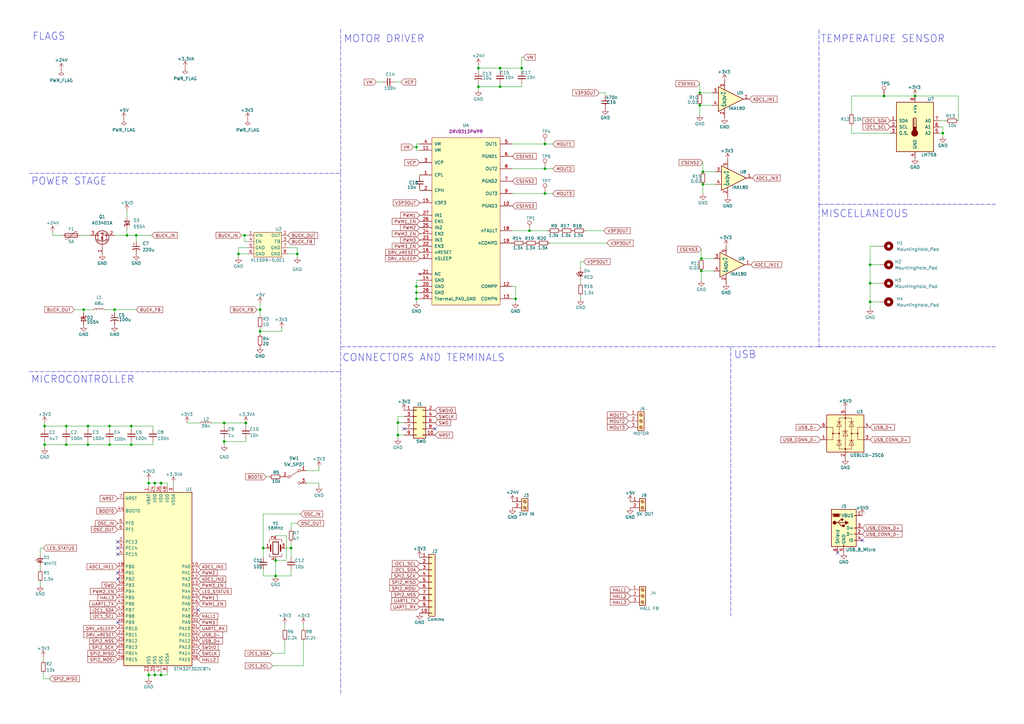
<source format=kicad_sch>
(kicad_sch (version 20211123) (generator eeschema)
  (paper "A3")
  (lib_symbols
    (symbol "AVR-KiCAD-Lib-ICs:DRV8313PWPR" (pin_names (offset 1.016))
      (property "Reference" "U" (at -12.7 35.56 0))
      (property "_Value_" "DRV8313PWPR" (at -7.62 -35.56 0))
      (symbol "DRV8313PWPR_1_1"
        (pin input line (at -19.05 19.05 0) (length 5.08) (name "CPL") (number "1"))
        (pin input line (at 19.05 6.35 180) (length 5.08) (name "PGND3") (number "10"))
        (pin power_in line (at -19.05 29.21 0) (length 5.08) (name "VM") (number "11"))
        (pin input line (at 19.05 -26.67 180) (length 5.08) (name "COMPP") (number "12"))
        (pin input line (at 19.05 -31.75 180) (length 5.08) (name "COMPN") (number "13"))
        (pin input line (at -19.05 -24.13 0) (length 5.08) (name "GND") (number "14"))
        (pin power_out line (at -19.05 7.62 0) (length 5.08) (name "V3P3") (number "15"))
        (pin input line (at -19.05 -12.7 0) (length 5.08) (name "nRESET") (number "16"))
        (pin input line (at -19.05 -15.24 0) (length 5.08) (name "nSLEEP") (number "17"))
        (pin open_emitter line (at 19.05 -3.81 180) (length 5.08) (name "nFAULT") (number "18"))
        (pin open_emitter line (at 19.05 -8.89 180) (length 5.08) (name "nCOMPO") (number "19"))
        (pin input line (at -19.05 12.7 0) (length 5.08) (name "CPH") (number "2"))
        (pin input line (at -19.05 -26.67 0) (length 5.08) (name "GND") (number "20"))
        (pin no_connect line (at -19.05 -21.59 0) (length 5.08) (name "NC") (number "21"))
        (pin input line (at -19.05 -10.16 0) (length 5.08) (name "EN3") (number "22"))
        (pin input line (at -19.05 -7.62 0) (length 5.08) (name "IN3") (number "23"))
        (pin input line (at -19.05 -5.08 0) (length 5.08) (name "EN2") (number "24"))
        (pin input line (at -19.05 -2.54 0) (length 5.08) (name "IN2") (number "25"))
        (pin input line (at -19.05 0 0) (length 5.08) (name "EN1") (number "26"))
        (pin input line (at -19.05 2.54 0) (length 5.08) (name "IN1") (number "27"))
        (pin input line (at -19.05 -29.21 0) (length 5.08) (name "GND") (number "28"))
        (pin input line (at -19.05 -31.75 0) (length 5.08) (name "Thermal_PAD_GND") (number "29"))
        (pin input line (at -19.05 24.13 0) (length 5.08) (name "VCP") (number "3"))
        (pin power_in line (at -19.05 31.75 0) (length 5.08) (name "VM") (number "4"))
        (pin output line (at 19.05 31.75 180) (length 5.08) (name "OUT1") (number "5"))
        (pin input line (at 19.05 26.67 180) (length 5.08) (name "PGND1") (number "6"))
        (pin input line (at 19.05 16.51 180) (length 5.08) (name "PGND2") (number "7"))
        (pin output line (at 19.05 21.59 180) (length 5.08) (name "OUT2") (number "8"))
        (pin output line (at 19.05 11.43 180) (length 5.08) (name "OUT3") (number "9"))
      )
    )
    (symbol "Connector:Screw_Terminal_01x02" (pin_names (offset 1.016) hide)
      (property "Reference" "J" (at 0 2.54 0))
      (property "Value" "Screw_Terminal_01x02" (at 0 -5.08 0))
      (symbol "Screw_Terminal_01x02_1_1"
        (pin passive line (at -5.08 0 0) (length 3.81) (name "Pin_1") (number "1"))
        (pin passive line (at -5.08 -2.54 0) (length 3.81) (name "Pin_2") (number "2"))
      )
    )
    (symbol "Connector:Screw_Terminal_01x03" (pin_names (offset 1.016) hide)
      (property "Reference" "J" (at 0 5.08 0))
      (property "Value" "Screw_Terminal_01x03" (at 0 -5.08 0))
      (symbol "Screw_Terminal_01x03_1_1"
        (pin passive line (at -5.08 2.54 0) (length 3.81) (name "Pin_1") (number "1"))
        (pin passive line (at -5.08 0 0) (length 3.81) (name "Pin_2") (number "2"))
        (pin passive line (at -5.08 -2.54 0) (length 3.81) (name "Pin_3") (number "3"))
      )
    )
    (symbol "Connector:TestPoint" (pin_numbers hide) (pin_names (offset 0.762) hide)
      (property "Reference" "TP" (at 0 6.858 0))
      (property "Value" "TestPoint" (at 0 5.08 0))
      (symbol "TestPoint_1_1"
        (pin passive line (at 0 0 90) (length 2.54) (name "1") (number "1"))
      )
    )
    (symbol "Connector:USB_B_Micro" (pin_names (offset 1.016))
      (property "Reference" "J" (at -5.08 11.43 0))
      (property "Value" "USB_B_Micro" (at -5.08 8.89 0))
      (symbol "USB_B_Micro_1_1"
        (pin power_out line (at 7.62 5.08 180) (length 2.54) (name "VBUS") (number "1"))
        (pin bidirectional line (at 7.62 -2.54 180) (length 2.54) (name "D-") (number "2"))
        (pin bidirectional line (at 7.62 0 180) (length 2.54) (name "D+") (number "3"))
        (pin passive line (at 7.62 -5.08 180) (length 2.54) (name "ID") (number "4"))
        (pin power_out line (at 0 -10.16 90) (length 2.54) (name "GND") (number "5"))
        (pin passive line (at -2.54 -10.16 90) (length 2.54) (name "Shield") (number "6"))
      )
    )
    (symbol "Connector_Generic:Conn_01x10" (pin_names (offset 1.016) hide)
      (property "Reference" "J" (at 0 12.7 0))
      (property "Value" "Conn_01x10" (at 0 -15.24 0))
      (symbol "Conn_01x10_1_1"
        (pin passive line (at -5.08 10.16 0) (length 3.81) (name "Pin_1") (number "1"))
        (pin passive line (at -5.08 -12.7 0) (length 3.81) (name "Pin_10") (number "10"))
        (pin passive line (at -5.08 7.62 0) (length 3.81) (name "Pin_2") (number "2"))
        (pin passive line (at -5.08 5.08 0) (length 3.81) (name "Pin_3") (number "3"))
        (pin passive line (at -5.08 2.54 0) (length 3.81) (name "Pin_4") (number "4"))
        (pin passive line (at -5.08 0 0) (length 3.81) (name "Pin_5") (number "5"))
        (pin passive line (at -5.08 -2.54 0) (length 3.81) (name "Pin_6") (number "6"))
        (pin passive line (at -5.08 -5.08 0) (length 3.81) (name "Pin_7") (number "7"))
        (pin passive line (at -5.08 -7.62 0) (length 3.81) (name "Pin_8") (number "8"))
        (pin passive line (at -5.08 -10.16 0) (length 3.81) (name "Pin_9") (number "9"))
      )
    )
    (symbol "Connector_Generic:Conn_02x05_Odd_Even" (pin_names (offset 1.016) hide)
      (property "Reference" "J" (at 1.27 7.62 0))
      (property "Value" "Conn_02x05_Odd_Even" (at 1.27 -7.62 0))
      (symbol "Conn_02x05_Odd_Even_1_1"
        (pin passive line (at -5.08 5.08 0) (length 3.81) (name "Pin_1") (number "1"))
        (pin passive line (at 7.62 -5.08 180) (length 3.81) (name "Pin_10") (number "10"))
        (pin passive line (at 7.62 5.08 180) (length 3.81) (name "Pin_2") (number "2"))
        (pin passive line (at -5.08 2.54 0) (length 3.81) (name "Pin_3") (number "3"))
        (pin passive line (at 7.62 2.54 180) (length 3.81) (name "Pin_4") (number "4"))
        (pin passive line (at -5.08 0 0) (length 3.81) (name "Pin_5") (number "5"))
        (pin passive line (at 7.62 0 180) (length 3.81) (name "Pin_6") (number "6"))
        (pin passive line (at -5.08 -2.54 0) (length 3.81) (name "Pin_7") (number "7"))
        (pin passive line (at 7.62 -2.54 180) (length 3.81) (name "Pin_8") (number "8"))
        (pin passive line (at -5.08 -5.08 0) (length 3.81) (name "Pin_9") (number "9"))
      )
    )
    (symbol "Device:C_Polarized_Small_US" (pin_numbers hide) (pin_names (offset 0.254) hide)
      (property "Reference" "C" (at 0.254 1.778 0))
      (property "Value" "C_Polarized_Small_US" (at 0.254 -2.032 0))
      (symbol "C_Polarized_Small_US_1_1"
        (pin passive line (at 0 2.54 270) (length 2.032) (name "~") (number "1"))
        (pin passive line (at 0 -2.54 90) (length 2.032) (name "~") (number "2"))
      )
    )
    (symbol "Device:C_Small" (pin_numbers hide) (pin_names (offset 0.254) hide)
      (property "Reference" "C" (at 0.254 1.778 0))
      (property "Value" "C_Small" (at 0.254 -2.032 0))
      (symbol "C_Small_1_1"
        (pin passive line (at 0 2.54 270) (length 2.032) (name "~") (number "1"))
        (pin passive line (at 0 -2.54 90) (length 2.032) (name "~") (number "2"))
      )
    )
    (symbol "Device:Crystal_GND24" (pin_names (offset 1.016) hide)
      (property "Reference" "Y" (at 3.175 5.08 0))
      (property "Value" "Crystal_GND24" (at 3.175 3.175 0))
      (symbol "Crystal_GND24_1_1"
        (pin passive line (at -3.81 0 0) (length 1.27) (name "1") (number "1"))
        (pin passive line (at 0 5.08 270) (length 1.27) (name "2") (number "2"))
        (pin passive line (at 3.81 0 180) (length 1.27) (name "3") (number "3"))
        (pin passive line (at 0 -5.08 90) (length 1.27) (name "4") (number "4"))
      )
    )
    (symbol "Device:D_Schottky_Small" (pin_numbers hide) (pin_names (offset 0.254) hide)
      (property "Reference" "D" (at -1.27 2.032 0))
      (property "Value" "D_Schottky_Small" (at -7.112 -2.032 0))
      (symbol "D_Schottky_Small_1_1"
        (pin passive line (at -2.54 0 0) (length 1.778) (name "K") (number "1"))
        (pin passive line (at 2.54 0 180) (length 1.778) (name "A") (number "2"))
      )
    )
    (symbol "Device:LED_Small" (pin_numbers hide) (pin_names (offset 0.254) hide)
      (property "Reference" "D" (at -1.27 3.175 0))
      (property "Value" "LED_Small" (at -4.445 -2.54 0))
      (symbol "LED_Small_1_1"
        (pin passive line (at -2.54 0 0) (length 1.778) (name "K") (number "1"))
        (pin passive line (at 2.54 0 180) (length 1.778) (name "A") (number "2"))
      )
    )
    (symbol "Device:L_Small" (pin_numbers hide) (pin_names (offset 0.254) hide)
      (property "Reference" "L" (at 0.762 1.016 0))
      (property "Value" "L_Small" (at 0.762 -1.016 0))
      (symbol "L_Small_1_1"
        (pin passive line (at 0 2.54 270) (length 0.508) (name "~") (number "1"))
        (pin passive line (at 0 -2.54 90) (length 0.508) (name "~") (number "2"))
      )
    )
    (symbol "Device:Polyfuse" (pin_numbers hide) (pin_names (offset 0))
      (property "Reference" "F" (at -2.54 0 90))
      (property "Value" "Polyfuse" (at 2.54 0 90))
      (symbol "Polyfuse_1_1"
        (pin passive line (at 0 3.81 270) (length 1.27) (name "~") (number "1"))
        (pin passive line (at 0 -3.81 90) (length 1.27) (name "~") (number "2"))
      )
    )
    (symbol "Device:R_Small" (pin_numbers hide) (pin_names (offset 0.254) hide)
      (property "Reference" "R" (at 0.762 0.508 0))
      (property "Value" "R_Small" (at 0.762 -1.016 0))
      (symbol "R_Small_1_1"
        (pin passive line (at 0 2.54 270) (length 0.762) (name "~") (number "1"))
        (pin passive line (at 0 -2.54 90) (length 0.762) (name "~") (number "2"))
      )
    )
    (symbol "MCU_ST_STM32F3:STM32F302C8Tx"
      (property "Reference" "U" (at -15.24 36.83 0))
      (property "Value" "STM32F302C8Tx" (at 7.62 36.83 0))
      (symbol "STM32F302C8Tx_1_1"
        (pin power_in line (at -5.08 38.1 270) (length 2.54) (name "VBAT") (number "1"))
        (pin bidirectional line (at 15.24 5.08 180) (length 2.54) (name "PA0") (number "10"))
        (pin bidirectional line (at 15.24 2.54 180) (length 2.54) (name "PA1") (number "11"))
        (pin bidirectional line (at 15.24 0 180) (length 2.54) (name "PA2") (number "12"))
        (pin bidirectional line (at 15.24 -2.54 180) (length 2.54) (name "PA3") (number "13"))
        (pin bidirectional line (at 15.24 -5.08 180) (length 2.54) (name "PA4") (number "14"))
        (pin bidirectional line (at 15.24 -7.62 180) (length 2.54) (name "PA5") (number "15"))
        (pin bidirectional line (at 15.24 -10.16 180) (length 2.54) (name "PA6") (number "16"))
        (pin bidirectional line (at 15.24 -12.7 180) (length 2.54) (name "PA7") (number "17"))
        (pin bidirectional line (at -17.78 5.08 0) (length 2.54) (name "PB0") (number "18"))
        (pin bidirectional line (at -17.78 2.54 0) (length 2.54) (name "PB1") (number "19"))
        (pin bidirectional line (at -17.78 15.24 0) (length 2.54) (name "PC13") (number "2"))
        (pin bidirectional line (at -17.78 0 0) (length 2.54) (name "PB2") (number "20"))
        (pin bidirectional line (at -17.78 -20.32 0) (length 2.54) (name "PB10") (number "21"))
        (pin bidirectional line (at -17.78 -22.86 0) (length 2.54) (name "PB11") (number "22"))
        (pin power_in line (at -5.08 -38.1 90) (length 2.54) (name "VSS") (number "23"))
        (pin power_in line (at -2.54 38.1 270) (length 2.54) (name "VDD") (number "24"))
        (pin bidirectional line (at -17.78 -25.4 0) (length 2.54) (name "PB12") (number "25"))
        (pin bidirectional line (at -17.78 -27.94 0) (length 2.54) (name "PB13") (number "26"))
        (pin bidirectional line (at -17.78 -30.48 0) (length 2.54) (name "PB14") (number "27"))
        (pin bidirectional line (at -17.78 -33.02 0) (length 2.54) (name "PB15") (number "28"))
        (pin bidirectional line (at 15.24 -15.24 180) (length 2.54) (name "PA8") (number "29"))
        (pin bidirectional line (at -17.78 12.7 0) (length 2.54) (name "PC14") (number "3"))
        (pin bidirectional line (at 15.24 -17.78 180) (length 2.54) (name "PA9") (number "30"))
        (pin bidirectional line (at 15.24 -20.32 180) (length 2.54) (name "PA10") (number "31"))
        (pin bidirectional line (at 15.24 -22.86 180) (length 2.54) (name "PA11") (number "32"))
        (pin bidirectional line (at 15.24 -25.4 180) (length 2.54) (name "PA12") (number "33"))
        (pin bidirectional line (at 15.24 -27.94 180) (length 2.54) (name "PA13") (number "34"))
        (pin power_in line (at -2.54 -38.1 90) (length 2.54) (name "VSS") (number "35"))
        (pin power_in line (at 0 38.1 270) (length 2.54) (name "VDD") (number "36"))
        (pin bidirectional line (at 15.24 -30.48 180) (length 2.54) (name "PA14") (number "37"))
        (pin bidirectional line (at 15.24 -33.02 180) (length 2.54) (name "PA15") (number "38"))
        (pin bidirectional line (at -17.78 -2.54 0) (length 2.54) (name "PB3") (number "39"))
        (pin bidirectional line (at -17.78 10.16 0) (length 2.54) (name "PC15") (number "4"))
        (pin bidirectional line (at -17.78 -5.08 0) (length 2.54) (name "PB4") (number "40"))
        (pin bidirectional line (at -17.78 -7.62 0) (length 2.54) (name "PB5") (number "41"))
        (pin bidirectional line (at -17.78 -10.16 0) (length 2.54) (name "PB6") (number "42"))
        (pin bidirectional line (at -17.78 -12.7 0) (length 2.54) (name "PB7") (number "43"))
        (pin input line (at -17.78 27.94 0) (length 2.54) (name "BOOT0") (number "44"))
        (pin bidirectional line (at -17.78 -15.24 0) (length 2.54) (name "PB8") (number "45"))
        (pin bidirectional line (at -17.78 -17.78 0) (length 2.54) (name "PB9") (number "46"))
        (pin power_in line (at 0 -38.1 90) (length 2.54) (name "VSS") (number "47"))
        (pin power_in line (at 2.54 38.1 270) (length 2.54) (name "VDD") (number "48"))
        (pin input line (at -17.78 22.86 0) (length 2.54) (name "PF0") (number "5"))
        (pin input line (at -17.78 20.32 0) (length 2.54) (name "PF1") (number "6"))
        (pin input line (at -17.78 33.02 0) (length 2.54) (name "NRST") (number "7"))
        (pin power_in line (at 2.54 -38.1 90) (length 2.54) (name "VSSA") (number "8"))
        (pin power_in line (at 5.08 38.1 270) (length 2.54) (name "VDDA") (number "9"))
      )
    )
    (symbol "Mechanical:MountingHole_Pad" (pin_numbers hide) (pin_names (offset 1.016) hide)
      (property "Reference" "H" (at 0 6.35 0))
      (property "Value" "MountingHole_Pad" (at 0 4.445 0))
      (symbol "MountingHole_Pad_1_1"
        (pin input line (at 0 -2.54 90) (length 2.54) (name "1") (number "1"))
      )
    )
    (symbol "Power_Protection:USBLC6-2SC6" (pin_names hide)
      (property "Reference" "U" (at 2.54 8.89 0))
      (property "Value" "USBLC6-2SC6" (at 2.54 -8.89 0))
      (symbol "USBLC6-2SC6_1_1"
        (pin passive line (at -10.16 -2.54 0) (length 2.54) (name "I/O1") (number "1"))
        (pin passive line (at 0 -10.16 90) (length 2.54) (name "GND") (number "2"))
        (pin passive line (at 10.16 -2.54 180) (length 2.54) (name "I/O2") (number "3"))
        (pin passive line (at 10.16 2.54 180) (length 2.54) (name "I/O2") (number "4"))
        (pin passive line (at 0 10.16 270) (length 2.54) (name "VBUS") (number "5"))
        (pin passive line (at -10.16 2.54 0) (length 2.54) (name "I/O1") (number "6"))
      )
    )
    (symbol "Private_Library:INA180"
      (property "Reference" "U" (at 5.08 1.27 0))
      (property "Value" "INA180" (at 0 1.27 0))
      (symbol "INA180_1_1"
        (pin output line (at 11.43 -17.78 180) (length 2.54) (name "~") (number "1"))
        (pin power_in line (at 1.27 -25.4 90) (length 3.81) (name "GND") (number "2"))
        (pin input line (at -3.81 -15.24 0) (length 2.54) (name "+") (number "3"))
        (pin input line (at -3.81 -20.32 0) (length 2.54) (name "-") (number "4"))
        (pin power_in line (at 1.27 -10.16 270) (length 3.81) (name "V+") (number "5"))
      )
    )
    (symbol "Private_Library:XL1509"
      (property "Reference" "U" (at 5.08 1.27 0))
      (property "Value" "XL1509" (at 0 1.27 0))
      (symbol "XL1509_1_1"
        (pin input line (at -7.62 -1.27 0) (length 2.54) (name "VIN") (number "1"))
        (pin output line (at 8.89 -1.27 180) (length 2.54) (name "OUT") (number "2"))
        (pin input line (at 8.89 -3.81 180) (length 2.54) (name "FB") (number "3"))
        (pin input line (at -7.62 -3.81 0) (length 2.54) (name "EN") (number "4"))
        (pin input line (at -7.62 -6.35 0) (length 2.54) (name "GND") (number "5"))
        (pin input line (at -7.62 -8.89 0) (length 2.54) (name "GND") (number "6"))
        (pin input line (at 8.89 -6.35 180) (length 2.54) (name "GND") (number "7"))
        (pin input line (at 8.89 -8.89 180) (length 2.54) (name "GND") (number "8"))
      )
    )
    (symbol "Sensor_Temperature:LM75B" (pin_names (offset 1.016))
      (property "Reference" "U" (at -6.35 11.43 0))
      (property "Value" "LM75B" (at 0 11.43 0))
      (symbol "LM75B_1_1"
        (pin bidirectional line (at -10.16 2.54 0) (length 2.54) (name "SDA") (number "1"))
        (pin input line (at -10.16 0 0) (length 2.54) (name "SCL") (number "2"))
        (pin open_collector line (at -10.16 -2.54 0) (length 2.54) (name "O.S.") (number "3"))
        (pin power_in line (at 0 -12.7 90) (length 2.54) (name "GND") (number "4"))
        (pin input line (at 10.16 -2.54 180) (length 2.54) (name "A2") (number "5"))
        (pin input line (at 10.16 0 180) (length 2.54) (name "A1") (number "6"))
        (pin input line (at 10.16 2.54 180) (length 2.54) (name "A0") (number "7"))
        (pin power_in line (at 0 12.7 270) (length 2.54) (name "+Vs") (number "8"))
      )
    )
    (symbol "Switch:SW_SPDT" (pin_names (offset 0) hide)
      (property "Reference" "SW" (at 0 4.318 0))
      (property "Value" "SW_SPDT" (at 0 -5.08 0))
      (symbol "SW_SPDT_1_1"
        (pin passive line (at 5.08 2.54 180) (length 2.54) (name "A") (number "1"))
        (pin passive line (at -5.08 0 0) (length 2.54) (name "B") (number "2"))
        (pin passive line (at 5.08 -2.54 180) (length 2.54) (name "C") (number "3"))
      )
    )
    (symbol "Transistor_FET:AO3401A" (pin_names hide)
      (property "Reference" "Q" (at 5.08 1.905 0))
      (property "Value" "AO3401A" (at 5.08 0 0))
      (symbol "AO3401A_1_1"
        (pin input line (at -5.08 0 0) (length 2.54) (name "G") (number "1"))
        (pin passive line (at 2.54 -5.08 90) (length 2.54) (name "S") (number "2"))
        (pin passive line (at 2.54 5.08 270) (length 2.54) (name "D") (number "3"))
      )
    )
    (symbol "power:+24V" (power) (pin_names (offset 0))
      (property "Value" "+24V" (at 0 3.556 0))
      (symbol "+24V_1_1"
        (pin power_in line (at 0 0 90) (length 0) hide (name "+24V") (number "1"))
      )
    )
    (symbol "power:+3.3V" (power) (pin_names (offset 0))
      (property "Value" "+3.3V" (at 0 3.556 0))
      (symbol "+3.3V_1_1"
        (pin power_in line (at 0 0 90) (length 0) hide (name "+3V3") (number "1"))
      )
    )
    (symbol "power:+3.3VA" (power) (pin_names (offset 0))
      (property "Value" "+3.3VA" (at 0 3.556 0))
      (symbol "+3.3VA_1_1"
        (pin power_in line (at 0 0 90) (length 0) hide (name "+3.3VA") (number "1"))
      )
    )
    (symbol "power:+5V" (power) (pin_names (offset 0))
      (property "Value" "+5V" (at 0 3.556 0))
      (symbol "+5V_1_1"
        (pin power_in line (at 0 0 90) (length 0) hide (name "+5V") (number "1"))
      )
    )
    (symbol "power:+5VD" (power) (pin_names (offset 0))
      (property "Value" "+5VD" (at 0 3.556 0))
      (symbol "+5VD_1_1"
        (pin power_in line (at 0 0 90) (length 0) hide (name "+5VD") (number "1"))
      )
    )
    (symbol "power:GND" (power) (pin_names (offset 0))
      (property "Value" "GND" (at 0 -3.81 0))
      (symbol "GND_1_1"
        (pin power_in line (at 0 0 270) (length 0) hide (name "GND") (number "1"))
      )
    )
    (symbol "power:PWR_FLAG" (power) (pin_numbers hide) (pin_names (offset 0) hide)
      (property "Value" "PWR_FLAG" (at 0 3.81 0))
      (symbol "PWR_FLAG_0_0"
        (pin power_out line (at 0 0 90) (length 0) (name "pwr") (number "1"))
      )
    )
  )
  (junction (at 288.29 75.565))
  (junction (at 386.715 54.61))
  (junction (at 113.03 236.22))
  (junction (at 223.52 69.215))
  (junction (at 97.79 104.14))
  (junction (at 27.178 182.372))
  (junction (at 356.87 123.825))
  (junction (at 113.03 229.87))
  (junction (at 60.96 276.86))
  (junction (at 288.29 70.485))
  (junction (at 36.068 182.372))
  (junction (at 63.5 198.12))
  (junction (at 44.958 174.752))
  (junction (at 196.215 35.56))
  (junction (at 223.52 59.055))
  (junction (at 223.52 79.375))
  (junction (at 205.105 27.94))
  (junction (at 356.87 108.585))
  (junction (at 163.195 173.355))
  (junction (at 213.995 27.94))
  (junction (at 287.655 106.045))
  (junction (at 170.815 120.015))
  (junction (at 287.02 43.18))
  (junction (at 53.848 182.372))
  (junction (at 34.29 127))
  (junction (at 106.68 135.89))
  (junction (at 163.195 178.435))
  (junction (at 119.38 224.79))
  (junction (at 375.285 39.37))
  (junction (at 205.105 35.56))
  (junction (at 18.288 174.752))
  (junction (at 46.99 127))
  (junction (at 287.655 111.125))
  (junction (at 55.88 96.52))
  (junction (at 100.33 96.52))
  (junction (at 18.288 182.372))
  (junction (at 66.04 198.12))
  (junction (at 27.178 174.752))
  (junction (at 91.948 173.482))
  (junction (at 100.838 173.482))
  (junction (at 121.92 104.14))
  (junction (at 217.17 94.615))
  (junction (at 91.948 181.102))
  (junction (at 356.87 116.205))
  (junction (at 36.068 174.752))
  (junction (at 44.958 182.372))
  (junction (at 107.95 224.79))
  (junction (at 362.585 39.37))
  (junction (at 52.07 96.52))
  (junction (at 170.815 117.475))
  (junction (at 66.04 276.86))
  (junction (at 63.5 276.86))
  (junction (at 53.848 174.752))
  (junction (at 170.815 60.325))
  (junction (at 211.455 122.555))
  (junction (at 287.02 38.1))
  (junction (at 196.215 27.94))
  (junction (at 60.96 198.12))
  (junction (at 170.815 122.555))
  (junction (at 106.68 127))
  (no_connect (at 48.26 234.95))
  (no_connect (at 48.26 237.49))
  (no_connect (at 353.695 221.615))
  (no_connect (at 343.535 226.695))
  (no_connect (at 48.26 222.25))
  (no_connect (at 48.26 224.79))
  (no_connect (at 48.26 227.33))
  (no_connect (at 48.26 255.27))
  (no_connect (at 81.28 250.19))
  (no_connect (at 165.735 175.895))
  (no_connect (at 178.435 175.895))
  (wire (pts (xy 55.88 96.52) (xy 55.88 99.06)))
  (wire (pts (xy 55.88 96.52) (xy 62.23 96.52)))
  (wire (pts (xy 360.68 100.965) (xy 356.87 100.965)))
  (wire (pts (xy 91.948 173.482) (xy 91.948 174.752)))
  (wire (pts (xy 116.84 267.97) (xy 116.84 262.89)))
  (wire (pts (xy 223.52 69.215) (xy 210.185 69.215)))
  (wire (pts (xy 172.085 71.755) (xy 172.085 72.39)))
  (wire (pts (xy 172.085 114.935) (xy 170.815 114.935)))
  (wire (pts (xy 119.38 222.25) (xy 119.38 224.79)))
  (wire (pts (xy 68.58 198.12) (xy 66.04 198.12)))
  (wire (pts (xy 213.995 34.29) (xy 213.995 35.56)))
  (wire (pts (xy 287.02 34.29) (xy 287.02 38.1)))
  (wire (pts (xy 239.395 107.315) (xy 238.125 107.315)))
  (polyline (pts (xy 11.938 71.12) (xy 139.7 71.12)))
  (wire (pts (xy 16.51 238.76) (xy 16.51 240.03)))
  (wire (pts (xy 386.715 54.61) (xy 386.715 55.88)))
  (wire (pts (xy 196.215 35.56) (xy 196.215 36.83)))
  (wire (pts (xy 53.848 181.102) (xy 53.848 182.372)))
  (wire (pts (xy 163.195 178.435) (xy 163.195 179.705)))
  (wire (pts (xy 172.085 77.47) (xy 172.085 78.105)))
  (polyline (pts (xy 335.915 12.065) (xy 335.915 83.82)))
  (wire (pts (xy 44.958 176.022) (xy 44.958 174.752)))
  (polyline (pts (xy 299.72 142.24) (xy 299.72 222.25)))
  (wire (pts (xy 393.065 39.37) (xy 375.285 39.37)))
  (wire (pts (xy 288.29 75.565) (xy 293.37 75.565)))
  (wire (pts (xy 105.41 127) (xy 106.68 127)))
  (wire (pts (xy 213.995 35.56) (xy 205.105 35.56)))
  (wire (pts (xy 117.475 219.71) (xy 117.475 229.87)))
  (wire (pts (xy 172.085 117.475) (xy 170.815 117.475)))
  (wire (pts (xy 66.04 275.59) (xy 66.04 276.86)))
  (wire (pts (xy 17.78 224.79) (xy 16.51 224.79)))
  (wire (pts (xy 63.5 276.86) (xy 66.04 276.86)))
  (wire (pts (xy 385.445 49.53) (xy 387.985 49.53)))
  (wire (pts (xy 21.59 96.52) (xy 25.4 96.52)))
  (wire (pts (xy 386.715 52.07) (xy 386.715 54.61)))
  (wire (pts (xy 60.96 196.85) (xy 60.96 198.12)))
  (wire (pts (xy 18.288 182.372) (xy 18.288 183.642)))
  (wire (pts (xy 365.125 54.61) (xy 349.25 54.61)))
  (wire (pts (xy 163.195 173.355) (xy 163.195 178.435)))
  (wire (pts (xy 119.38 233.68) (xy 119.38 236.22)))
  (wire (pts (xy 116.84 256.032) (xy 116.84 257.81)))
  (wire (pts (xy 36.068 176.022) (xy 36.068 174.752)))
  (wire (pts (xy 115.57 135.89) (xy 115.57 134.62)))
  (wire (pts (xy 43.18 127) (xy 46.99 127)))
  (wire (pts (xy 113.03 236.22) (xy 119.38 236.22)))
  (wire (pts (xy 154.305 33.655) (xy 156.845 33.655)))
  (polyline (pts (xy 139.7 71.12) (xy 139.7 152.4)))
  (wire (pts (xy 66.04 199.39) (xy 66.04 198.12)))
  (wire (pts (xy 109.22 195.58) (xy 110.49 195.58)))
  (wire (pts (xy 18.288 182.372) (xy 27.178 182.372)))
  (wire (pts (xy 99.06 96.52) (xy 100.33 96.52)))
  (wire (pts (xy 21.59 95.25) (xy 21.59 96.52)))
  (wire (pts (xy 125.73 198.12) (xy 130.81 198.12)))
  (wire (pts (xy 97.79 101.6) (xy 97.79 104.14)))
  (wire (pts (xy 100.33 96.52) (xy 101.6 96.52)))
  (wire (pts (xy 60.96 276.86) (xy 60.96 278.13)))
  (wire (pts (xy 62.738 181.102) (xy 62.738 182.372)))
  (wire (pts (xy 245.745 38.1) (xy 248.285 38.1)))
  (wire (pts (xy 16.51 224.79) (xy 16.51 227.33)))
  (wire (pts (xy 52.07 93.98) (xy 52.07 96.52)))
  (polyline (pts (xy 11.938 152.4) (xy 139.7 152.4)))
  (wire (pts (xy 238.125 121.285) (xy 238.125 122.555)))
  (wire (pts (xy 226.695 59.055) (xy 223.52 59.055)))
  (wire (pts (xy 68.58 199.39) (xy 68.58 198.12)))
  (wire (pts (xy 17.78 276.098) (xy 17.78 278.384)))
  (wire (pts (xy 118.11 104.14) (xy 121.92 104.14)))
  (wire (pts (xy 123.19 210.82) (xy 107.95 210.82)))
  (wire (pts (xy 287.655 106.045) (xy 292.735 106.045)))
  (wire (pts (xy 130.81 198.12) (xy 130.81 199.39)))
  (wire (pts (xy 288.29 75.565) (xy 288.29 79.375)))
  (wire (pts (xy 172.085 120.015) (xy 170.815 120.015)))
  (wire (pts (xy 20.32 278.384) (xy 17.78 278.384)))
  (wire (pts (xy 170.815 114.935) (xy 170.815 117.475)))
  (wire (pts (xy 60.96 275.59) (xy 60.96 276.86)))
  (wire (pts (xy 169.545 60.325) (xy 170.815 60.325)))
  (wire (pts (xy 46.99 127) (xy 46.99 128.27)))
  (wire (pts (xy 106.68 135.89) (xy 115.57 135.89)))
  (wire (pts (xy 124.46 273.05) (xy 124.46 262.89)))
  (wire (pts (xy 163.195 173.355) (xy 165.735 173.355)))
  (wire (pts (xy 214.63 23.495) (xy 213.995 23.495)))
  (wire (pts (xy 248.285 38.1) (xy 248.285 39.37)))
  (wire (pts (xy 213.995 23.495) (xy 213.995 27.94)))
  (wire (pts (xy 170.815 60.325) (xy 170.815 61.595)))
  (wire (pts (xy 287.655 111.125) (xy 287.655 114.935)))
  (wire (pts (xy 124.46 256.032) (xy 124.46 257.81)))
  (wire (pts (xy 205.105 34.29) (xy 205.105 35.56)))
  (wire (pts (xy 393.065 49.53) (xy 393.065 39.37)))
  (polyline (pts (xy 335.915 142.24) (xy 336.55 142.24)))
  (wire (pts (xy 106.68 127) (xy 106.68 129.54)))
  (wire (pts (xy 119.38 214.63) (xy 121.92 214.63)))
  (wire (pts (xy 360.68 108.585) (xy 356.87 108.585)))
  (wire (pts (xy 121.92 101.6) (xy 121.92 104.14)))
  (wire (pts (xy 170.815 120.015) (xy 170.815 122.555)))
  (wire (pts (xy 211.455 117.475) (xy 211.455 122.555)))
  (wire (pts (xy 117.475 229.87) (xy 113.03 229.87)))
  (wire (pts (xy 91.948 179.832) (xy 91.948 181.102)))
  (wire (pts (xy 33.02 96.52) (xy 36.83 96.52)))
  (wire (pts (xy 165.735 170.815) (xy 163.195 170.815)))
  (wire (pts (xy 356.87 123.825) (xy 356.87 126.365)))
  (wire (pts (xy 16.51 232.41) (xy 16.51 233.68)))
  (wire (pts (xy 101.6 101.6) (xy 97.79 101.6)))
  (wire (pts (xy 217.17 94.615) (xy 210.185 94.615)))
  (wire (pts (xy 172.085 59.055) (xy 170.815 59.055)))
  (wire (pts (xy 287.655 111.125) (xy 292.735 111.125)))
  (wire (pts (xy 360.68 116.205) (xy 356.87 116.205)))
  (wire (pts (xy 210.185 117.475) (xy 211.455 117.475)))
  (wire (pts (xy 66.04 276.86) (xy 68.58 276.86)))
  (wire (pts (xy 101.6 99.06) (xy 100.33 99.06)))
  (wire (pts (xy 97.79 104.14) (xy 97.79 105.41)))
  (wire (pts (xy 34.29 127) (xy 38.1 127)))
  (wire (pts (xy 44.958 182.372) (xy 36.068 182.372)))
  (wire (pts (xy 101.6 104.14) (xy 97.79 104.14)))
  (wire (pts (xy 100.838 181.102) (xy 91.948 181.102)))
  (wire (pts (xy 107.95 236.22) (xy 113.03 236.22)))
  (wire (pts (xy 349.25 39.37) (xy 362.585 39.37)))
  (wire (pts (xy 125.73 193.04) (xy 130.81 193.04)))
  (wire (pts (xy 106.68 127) (xy 106.68 124.46)))
  (wire (pts (xy 27.178 176.022) (xy 27.178 174.752)))
  (wire (pts (xy 223.52 79.375) (xy 210.185 79.375)))
  (wire (pts (xy 360.68 123.825) (xy 356.87 123.825)))
  (wire (pts (xy 205.105 27.94) (xy 196.215 27.94)))
  (polyline (pts (xy 139.7 11.938) (xy 139.7 71.12)))
  (wire (pts (xy 27.178 182.372) (xy 36.068 182.372)))
  (wire (pts (xy 356.87 108.585) (xy 356.87 116.205)))
  (wire (pts (xy 30.48 127) (xy 34.29 127)))
  (wire (pts (xy 349.25 46.355) (xy 349.25 39.37)))
  (wire (pts (xy 287.02 43.18) (xy 292.1 43.18)))
  (wire (pts (xy 161.925 33.655) (xy 164.465 33.655)))
  (wire (pts (xy 170.815 122.555) (xy 170.815 123.825)))
  (wire (pts (xy 113.03 229.87) (xy 113.03 236.22)))
  (wire (pts (xy 111.76 273.05) (xy 124.46 273.05)))
  (wire (pts (xy 288.29 66.675) (xy 288.29 70.485)))
  (wire (pts (xy 163.195 178.435) (xy 165.735 178.435)))
  (wire (pts (xy 36.068 174.752) (xy 27.178 174.752)))
  (wire (pts (xy 62.738 176.022) (xy 62.738 174.752)))
  (wire (pts (xy 362.585 39.37) (xy 375.285 39.37)))
  (wire (pts (xy 211.455 122.555) (xy 211.455 123.825)))
  (wire (pts (xy 226.695 69.215) (xy 223.52 69.215)))
  (wire (pts (xy 60.96 198.12) (xy 60.96 199.39)))
  (wire (pts (xy 68.58 275.59) (xy 68.58 276.86)))
  (wire (pts (xy 356.87 100.965) (xy 356.87 108.585)))
  (wire (pts (xy 196.215 26.67) (xy 196.215 27.94)))
  (wire (pts (xy 107.95 224.79) (xy 109.22 224.79)))
  (wire (pts (xy 100.838 179.832) (xy 100.838 181.102)))
  (wire (pts (xy 226.695 79.375) (xy 223.52 79.375)))
  (wire (pts (xy 62.738 174.752) (xy 53.848 174.752)))
  (wire (pts (xy 238.125 114.935) (xy 238.125 116.205)))
  (wire (pts (xy 52.07 96.52) (xy 55.88 96.52)))
  (wire (pts (xy 288.29 70.485) (xy 293.37 70.485)))
  (wire (pts (xy 238.125 107.315) (xy 238.125 109.855)))
  (wire (pts (xy 63.5 275.59) (xy 63.5 276.86)))
  (wire (pts (xy 107.95 224.79) (xy 107.95 228.6)))
  (wire (pts (xy 63.5 199.39) (xy 63.5 198.12)))
  (polyline (pts (xy 335.915 83.82) (xy 408.305 83.82)))
  (wire (pts (xy 118.11 101.6) (xy 121.92 101.6)))
  (wire (pts (xy 107.95 210.82) (xy 107.95 224.79)))
  (wire (pts (xy 287.655 102.235) (xy 287.655 106.045)))
  (wire (pts (xy 172.085 61.595) (xy 170.815 61.595)))
  (wire (pts (xy 106.68 135.89) (xy 106.68 137.16)))
  (wire (pts (xy 46.99 96.52) (xy 52.07 96.52)))
  (wire (pts (xy 121.92 104.14) (xy 121.92 105.41)))
  (wire (pts (xy 53.848 176.022) (xy 53.848 174.752)))
  (wire (pts (xy 27.178 174.752) (xy 18.288 174.752)))
  (wire (pts (xy 27.178 181.102) (xy 27.178 182.372)))
  (wire (pts (xy 46.99 127) (xy 55.88 127)))
  (wire (pts (xy 18.288 174.752) (xy 18.288 176.022)))
  (wire (pts (xy 71.12 198.12) (xy 71.12 199.39)))
  (polyline (pts (xy 335.915 142.24) (xy 139.7 142.24)))
  (wire (pts (xy 130.81 193.04) (xy 130.81 191.77)))
  (wire (pts (xy 205.105 29.21) (xy 205.105 27.94)))
  (wire (pts (xy 34.29 127) (xy 34.29 128.27)))
  (polyline (pts (xy 139.7 152.4) (xy 139.7 284.988)))
  (wire (pts (xy 287.02 43.18) (xy 287.02 46.99)))
  (wire (pts (xy 113.03 219.71) (xy 117.475 219.71)))
  (wire (pts (xy 196.215 27.94) (xy 196.215 29.21)))
  (wire (pts (xy 196.215 34.29) (xy 196.215 35.56)))
  (polyline (pts (xy 335.915 83.82) (xy 335.915 142.24)))
  (wire (pts (xy 53.848 182.372) (xy 44.958 182.372)))
  (wire (pts (xy 116.84 224.79) (xy 119.38 224.79)))
  (wire (pts (xy 205.105 35.56) (xy 196.215 35.56)))
  (wire (pts (xy 210.185 122.555) (xy 211.455 122.555)))
  (wire (pts (xy 100.33 99.06) (xy 100.33 96.52)))
  (wire (pts (xy 385.445 52.07) (xy 386.715 52.07)))
  (wire (pts (xy 91.948 181.102) (xy 91.948 182.372)))
  (wire (pts (xy 170.815 117.475) (xy 170.815 120.015)))
  (wire (pts (xy 106.68 134.62) (xy 106.68 135.89)))
  (wire (pts (xy 240.03 94.615) (xy 247.65 94.615)))
  (wire (pts (xy 356.87 116.205) (xy 356.87 123.825)))
  (wire (pts (xy 18.288 173.482) (xy 18.288 174.752)))
  (wire (pts (xy 76.708 173.482) (xy 81.788 173.482)))
  (wire (pts (xy 349.25 54.61) (xy 349.25 51.435)))
  (wire (pts (xy 213.995 29.21) (xy 213.995 27.94)))
  (wire (pts (xy 224.79 94.615) (xy 217.17 94.615)))
  (wire (pts (xy 170.815 59.055) (xy 170.815 60.325)))
  (wire (pts (xy 100.838 173.482) (xy 91.948 173.482)))
  (wire (pts (xy 213.995 27.94) (xy 205.105 27.94)))
  (wire (pts (xy 17.78 269.494) (xy 17.78 271.018)))
  (polyline (pts (xy 335.915 142.24) (xy 408.305 142.24)))
  (wire (pts (xy 63.5 198.12) (xy 66.04 198.12)))
  (wire (pts (xy 62.738 182.372) (xy 53.848 182.372)))
  (wire (pts (xy 44.958 181.102) (xy 44.958 182.372)))
  (wire (pts (xy 385.445 54.61) (xy 386.715 54.61)))
  (wire (pts (xy 287.02 38.1) (xy 292.1 38.1)))
  (wire (pts (xy 52.07 86.36) (xy 52.07 88.9)))
  (wire (pts (xy 111.76 267.97) (xy 116.84 267.97)))
  (wire (pts (xy 18.288 181.102) (xy 18.288 182.372)))
  (wire (pts (xy 36.068 181.102) (xy 36.068 182.372)))
  (wire (pts (xy 107.95 233.68) (xy 107.95 236.22)))
  (wire (pts (xy 60.96 198.12) (xy 63.5 198.12)))
  (wire (pts (xy 53.848 174.752) (xy 44.958 174.752)))
  (wire (pts (xy 163.195 170.815) (xy 163.195 173.355)))
  (polyline (pts (xy 299.72 221.615) (xy 299.72 252.73)))
  (wire (pts (xy 172.085 122.555) (xy 170.815 122.555)))
  (wire (pts (xy 119.38 217.17) (xy 119.38 214.63)))
  (wire (pts (xy 44.958 174.752) (xy 36.068 174.752)))
  (wire (pts (xy 100.838 174.752) (xy 100.838 173.482)))
  (wire (pts (xy 119.38 224.79) (xy 119.38 228.6)))
  (wire (pts (xy 248.92 99.695) (xy 225.425 99.695)))
  (wire (pts (xy 210.185 59.055) (xy 223.52 59.055)))
  (wire (pts (xy 60.96 276.86) (xy 63.5 276.86)))
  (wire (pts (xy 86.868 173.482) (xy 91.948 173.482)))
  (text "TEMPERATURE SENSOR" (at 336.55 17.78 0) (effects (font (size 3 3)) (justify left bottom)))
  (text "MISCELLANEOUS" (at 336.55 89.535 0) (effects (font (size 3 3)) (justify left bottom)))
  (text "POWER STAGE" (at 12.7 76.2 0) (effects (font (size 3 3)) (justify left bottom)))
  (text "MICROCONTROLLER" (at 12.7 157.48 0) (effects (font (size 3 3)) (justify left bottom)))
  (text "USB" (at 300.99 147.32 0) (effects (font (size 3 3)) (justify left bottom)))
  (text "CONNECTORS AND TERMINALS" (at 140.335 148.59 0) (effects (font (size 3 3)) (justify left bottom)))
  (text "FLAGS" (at 13.208 16.764 0) (effects (font (size 3 3)) (justify left bottom)))
  (text "MOTOR DRIVER" (at 140.97 17.78 0) (effects (font (size 3 3)) (justify left bottom)))
  (global_label "BUCK_FB" (shape input) (at 105.41 127 180) (property "Intersheet References" "${INTERSHEET_REFS}" (effects hide)))
  (global_label "UART1_TX" (shape input) (at 48.26 247.65 180) (property "Intersheet References" "${INTERSHEET_REFS}" (effects hide)))
  (global_label "USB_CONN_D-" (shape input) (at 336.55 180.34 180) (property "Intersheet References" "${INTERSHEET_REFS}" (effects hide)))
  (global_label "DRV_nSLEEP" (shape input) (at 48.26 257.81 180) (property "Intersheet References" "${INTERSHEET_REFS}" (effects hide)))
  (global_label "PWM3_EN" (shape input) (at 172.085 100.965 180) (property "Intersheet References" "${INTERSHEET_REFS}" (effects hide)))
  (global_label "PWM1" (shape input) (at 172.085 88.265 180) (property "Intersheet References" "${INTERSHEET_REFS}" (effects hide)))
  (global_label "ADC1_IN1" (shape input) (at 307.34 40.64 0) (property "Intersheet References" "${INTERSHEET_REFS}" (effects hide)))
  (global_label "USB_CONN_D+" (shape input) (at 353.695 216.535 0) (property "Intersheet References" "${INTERSHEET_REFS}" (effects hide)))
  (global_label "ADC1_IN3" (shape input) (at 308.61 73.025 0) (property "Intersheet References" "${INTERSHEET_REFS}" (effects hide)))
  (global_label "SPI2_NSS" (shape input) (at 48.26 262.89 180) (property "Intersheet References" "${INTERSHEET_REFS}" (effects hide)))
  (global_label "MOUT2" (shape input) (at 226.695 69.215 0) (property "Intersheet References" "${INTERSHEET_REFS}" (effects hide)))
  (global_label "I2C1_SCL" (shape input) (at 111.76 273.05 180) (property "Intersheet References" "${INTERSHEET_REFS}" (effects hide)))
  (global_label "SWDIO" (shape input) (at 178.435 168.275 0) (property "Intersheet References" "${INTERSHEET_REFS}" (effects hide)))
  (global_label "OSC_IN" (shape input) (at 123.19 210.82 0) (property "Intersheet References" "${INTERSHEET_REFS}" (effects hide)))
  (global_label "SWDIO" (shape input) (at 81.28 265.43 0) (property "Intersheet References" "${INTERSHEET_REFS}" (effects hide)))
  (global_label "OSC_OUT" (shape input) (at 48.26 217.17 180) (property "Intersheet References" "${INTERSHEET_REFS}" (effects hide)))
  (global_label "VM" (shape input) (at 169.545 60.325 180) (property "Intersheet References" "${INTERSHEET_REFS}" (effects hide)))
  (global_label "ADC1_IN11" (shape input) (at 48.26 232.41 180) (property "Intersheet References" "${INTERSHEET_REFS}" (effects hide)))
  (global_label "I2C1_SDA" (shape input) (at 111.76 267.97 180) (property "Intersheet References" "${INTERSHEET_REFS}" (effects hide)))
  (global_label "OSC_OUT" (shape input) (at 121.92 214.63 0) (property "Intersheet References" "${INTERSHEET_REFS}" (effects hide)))
  (global_label "V3P3OUT" (shape input) (at 247.65 94.615 0) (property "Intersheet References" "${INTERSHEET_REFS}" (effects hide)))
  (global_label "NRST" (shape input) (at 178.435 178.435 0) (property "Intersheet References" "${INTERSHEET_REFS}" (effects hide)))
  (global_label "I2C1_SDA" (shape input) (at 365.125 49.53 180) (property "Intersheet References" "${INTERSHEET_REFS}" (effects hide)))
  (global_label "SPI2_SCK" (shape input) (at 172.085 236.22 180) (property "Intersheet References" "${INTERSHEET_REFS}" (effects hide)))
  (global_label "BUCK_FB" (shape input) (at 55.88 127 0) (property "Intersheet References" "${INTERSHEET_REFS}" (effects hide)))
  (global_label "PWM3" (shape input) (at 172.085 98.425 180) (property "Intersheet References" "${INTERSHEET_REFS}" (effects hide)))
  (global_label "PWM2_EN" (shape input) (at 48.26 242.57 180) (property "Intersheet References" "${INTERSHEET_REFS}" (effects hide)))
  (global_label "UART1_RX" (shape input) (at 172.085 248.92 180) (property "Intersheet References" "${INTERSHEET_REFS}" (effects hide)))
  (global_label "NRST" (shape input) (at 48.26 204.47 180) (property "Intersheet References" "${INTERSHEET_REFS}" (effects hide)))
  (global_label "PWM2" (shape input) (at 172.085 93.345 180) (property "Intersheet References" "${INTERSHEET_REFS}" (effects hide)))
  (global_label "SPI2_MISO" (shape input) (at 48.26 267.97 180) (property "Intersheet References" "${INTERSHEET_REFS}" (effects hide)))
  (global_label "SWCLK" (shape input) (at 81.28 267.97 0) (property "Intersheet References" "${INTERSHEET_REFS}" (effects hide)))
  (global_label "I2C1_SDA" (shape input) (at 48.26 250.19 180) (property "Intersheet References" "${INTERSHEET_REFS}" (effects hide)))
  (global_label "USB_D+" (shape input) (at 81.28 262.89 0) (property "Intersheet References" "${INTERSHEET_REFS}" (effects hide)))
  (global_label "V3P3OUT" (shape input) (at 245.745 38.1 180) (property "Intersheet References" "${INTERSHEET_REFS}" (effects hide)))
  (global_label "VM" (shape input) (at 154.305 33.655 180) (property "Intersheet References" "${INTERSHEET_REFS}" (effects hide)))
  (global_label "CSENS1" (shape input) (at 210.185 64.135 0) (property "Intersheet References" "${INTERSHEET_REFS}" (effects hide)))
  (global_label "SPI2_MISO" (shape input) (at 20.32 278.384 0) (property "Intersheet References" "${INTERSHEET_REFS}" (effects hide)))
  (global_label "ADC1_IN3" (shape input) (at 81.28 237.49 0) (property "Intersheet References" "${INTERSHEET_REFS}" (effects hide)))
  (global_label "MOUT1" (shape input) (at 226.695 59.055 0) (property "Intersheet References" "${INTERSHEET_REFS}" (effects hide)))
  (global_label "UART1_RX" (shape input) (at 81.28 257.81 0) (property "Intersheet References" "${INTERSHEET_REFS}" (effects hide)))
  (global_label "I2C1_SCL" (shape input) (at 365.125 52.07 180) (property "Intersheet References" "${INTERSHEET_REFS}" (effects hide)))
  (global_label "HALL2" (shape input) (at 81.28 270.51 0) (property "Intersheet References" "${INTERSHEET_REFS}" (effects hide)))
  (global_label "CSENS3" (shape input) (at 287.655 102.235 180) (property "Intersheet References" "${INTERSHEET_REFS}" (effects hide)))
  (global_label "MOUT3" (shape input) (at 226.695 79.375 0) (property "Intersheet References" "${INTERSHEET_REFS}" (effects hide)))
  (global_label "BUCK_IN" (shape input) (at 99.06 96.52 180) (property "Intersheet References" "${INTERSHEET_REFS}" (effects hide)))
  (global_label "USB_D-" (shape input) (at 336.55 175.26 180) (property "Intersheet References" "${INTERSHEET_REFS}" (effects hide)))
  (global_label "ADC1_IN11" (shape input) (at 307.975 108.585 0) (property "Intersheet References" "${INTERSHEET_REFS}" (effects hide)))
  (global_label "PWM1" (shape input) (at 81.28 245.11 0) (property "Intersheet References" "${INTERSHEET_REFS}" (effects hide)))
  (global_label "SPI2_NSS" (shape input) (at 172.085 243.84 180) (property "Intersheet References" "${INTERSHEET_REFS}" (effects hide)))
  (global_label "BOOT0" (shape input) (at 109.22 195.58 180) (property "Intersheet References" "${INTERSHEET_REFS}" (effects hide)))
  (global_label "LED_STATUS" (shape input) (at 17.78 224.79 0) (property "Intersheet References" "${INTERSHEET_REFS}" (effects hide)))
  (global_label "V3P3OUT" (shape input) (at 172.085 83.185 180) (property "Intersheet References" "${INTERSHEET_REFS}" (effects hide)))
  (global_label "DRV_nRESET" (shape input) (at 172.085 103.505 180) (property "Intersheet References" "${INTERSHEET_REFS}" (effects hide)))
  (global_label "HALL3" (shape input) (at 48.26 245.11 180) (property "Intersheet References" "${INTERSHEET_REFS}" (effects hide)))
  (global_label "SWCLK" (shape input) (at 178.435 170.815 0) (property "Intersheet References" "${INTERSHEET_REFS}" (effects hide)))
  (global_label "PWM1_EN" (shape input) (at 81.28 247.65 0) (property "Intersheet References" "${INTERSHEET_REFS}" (effects hide)))
  (global_label "DRV_nRESET" (shape input) (at 48.26 260.35 180) (property "Intersheet References" "${INTERSHEET_REFS}" (effects hide)))
  (global_label "BUCK_OUT" (shape input) (at 118.11 96.52 0) (property "Intersheet References" "${INTERSHEET_REFS}" (effects hide)))
  (global_label "HALL1" (shape input) (at 81.28 252.73 0) (property "Intersheet References" "${INTERSHEET_REFS}" (effects hide)))
  (global_label "MOUT3" (shape input) (at 257.81 175.26 180) (property "Intersheet References" "${INTERSHEET_REFS}" (effects hide)))
  (global_label "HALL2" (shape input) (at 258.445 244.475 180) (property "Intersheet References" "${INTERSHEET_REFS}" (effects hide)))
  (global_label "I2C1_SCL" (shape input) (at 48.26 252.73 180) (property "Intersheet References" "${INTERSHEET_REFS}" (effects hide)))
  (global_label "OSC_IN" (shape input) (at 48.26 214.63 180) (property "Intersheet References" "${INTERSHEET_REFS}" (effects hide)))
  (global_label "HALL3" (shape input) (at 258.445 247.015 180) (property "Intersheet References" "${INTERSHEET_REFS}" (effects hide)))
  (global_label "USB_D+" (shape input) (at 356.87 175.26 0) (property "Intersheet References" "${INTERSHEET_REFS}" (effects hide)))
  (global_label "SWO" (shape input) (at 178.435 173.355 0) (property "Intersheet References" "${INTERSHEET_REFS}" (effects hide)))
  (global_label "CSENS2" (shape input) (at 288.29 66.675 180) (property "Intersheet References" "${INTERSHEET_REFS}" (effects hide)))
  (global_label "SPI2_MOSI" (shape input) (at 48.26 270.51 180) (property "Intersheet References" "${INTERSHEET_REFS}" (effects hide)))
  (global_label "BUCK_OUT" (shape input) (at 30.48 127 180) (property "Intersheet References" "${INTERSHEET_REFS}" (effects hide)))
  (global_label "PWM2_EN" (shape input) (at 172.085 95.885 180) (property "Intersheet References" "${INTERSHEET_REFS}" (effects hide)))
  (global_label "VCP" (shape input) (at 164.465 33.655 0) (property "Intersheet References" "${INTERSHEET_REFS}" (effects hide)))
  (global_label "SPI2_SCK" (shape input) (at 48.26 265.43 180) (property "Intersheet References" "${INTERSHEET_REFS}" (effects hide)))
  (global_label "CSENS3" (shape input) (at 210.185 84.455 0) (property "Intersheet References" "${INTERSHEET_REFS}" (effects hide)))
  (global_label "BUCK_FB" (shape input) (at 118.11 99.06 0) (property "Intersheet References" "${INTERSHEET_REFS}" (effects hide)))
  (global_label "V3P3OUT" (shape input) (at 248.92 99.695 0) (property "Intersheet References" "${INTERSHEET_REFS}" (effects hide)))
  (global_label "VCP" (shape input) (at 172.085 66.675 180) (property "Intersheet References" "${INTERSHEET_REFS}" (effects hide)))
  (global_label "VM" (shape input) (at 214.63 23.495 0) (property "Intersheet References" "${INTERSHEET_REFS}" (effects hide)))
  (global_label "PWM2" (shape input) (at 81.28 234.95 0) (property "Intersheet References" "${INTERSHEET_REFS}" (effects hide)))
  (global_label "ADC1_IN1" (shape input) (at 81.28 232.41 0) (property "Intersheet References" "${INTERSHEET_REFS}" (effects hide)))
  (global_label "BUCK_IN" (shape input) (at 62.23 96.52 0) (property "Intersheet References" "${INTERSHEET_REFS}" (effects hide)))
  (global_label "HALL1" (shape input) (at 258.445 241.935 180) (property "Intersheet References" "${INTERSHEET_REFS}" (effects hide)))
  (global_label "MOUT2" (shape input) (at 257.81 172.72 180) (property "Intersheet References" "${INTERSHEET_REFS}" (effects hide)))
  (global_label "UART1_TX" (shape input) (at 172.085 246.38 180) (property "Intersheet References" "${INTERSHEET_REFS}" (effects hide)))
  (global_label "SPI2_MISO" (shape input) (at 172.085 238.76 180) (property "Intersheet References" "${INTERSHEET_REFS}" (effects hide)))
  (global_label "I2C1_SCL" (shape input) (at 172.085 231.14 180) (property "Intersheet References" "${INTERSHEET_REFS}" (effects hide)))
  (global_label "SPI2_MOSI" (shape input) (at 172.085 241.3 180) (property "Intersheet References" "${INTERSHEET_REFS}" (effects hide)))
  (global_label "DRV_nSLEEP" (shape input) (at 172.085 106.045 180) (property "Intersheet References" "${INTERSHEET_REFS}" (effects hide)))
  (global_label "I2C1_SDA" (shape input) (at 172.085 233.68 180) (property "Intersheet References" "${INTERSHEET_REFS}" (effects hide)))
  (global_label "CSENS2" (shape input) (at 210.185 74.295 0) (property "Intersheet References" "${INTERSHEET_REFS}" (effects hide)))
  (global_label "USB_D-" (shape input) (at 81.28 260.35 0) (property "Intersheet References" "${INTERSHEET_REFS}" (effects hide)))
  (global_label "PWM3" (shape input) (at 81.28 255.27 0) (property "Intersheet References" "${INTERSHEET_REFS}" (effects hide)))
  (global_label "PWM1_EN" (shape input) (at 172.085 90.805 180) (property "Intersheet References" "${INTERSHEET_REFS}" (effects hide)))
  (global_label "BOOT0" (shape input) (at 48.26 209.55 180) (property "Intersheet References" "${INTERSHEET_REFS}" (effects hide)))
  (global_label "USB_CONN_D+" (shape input) (at 356.87 180.34 0) (property "Intersheet References" "${INTERSHEET_REFS}" (effects hide)))
  (global_label "MOUT1" (shape input) (at 257.81 170.18 180) (property "Intersheet References" "${INTERSHEET_REFS}" (effects hide)))
  (global_label "LED_STATUS" (shape input) (at 81.28 242.57 0) (property "Intersheet References" "${INTERSHEET_REFS}" (effects hide)))
  (global_label "V3P3OUT" (shape input) (at 239.395 107.315 0) (property "Intersheet References" "${INTERSHEET_REFS}" (effects hide)))
  (global_label "PWM3_EN" (shape input) (at 81.28 240.03 0) (property "Intersheet References" "${INTERSHEET_REFS}" (effects hide)))
  (global_label "CSENS1" (shape input) (at 287.02 34.29 180) (property "Intersheet References" "${INTERSHEET_REFS}" (effects hide)))
  (global_label "USB_CONN_D-" (shape input) (at 353.695 219.075 0) (property "Intersheet References" "${INTERSHEET_REFS}" (effects hide)))
  (global_label "SWO" (shape input) (at 48.26 240.03 180) (property "Intersheet References" "${INTERSHEET_REFS}" (effects hide)))
  (symbol (lib_id "Mechanical:MountingHole_Pad") (at 363.22 108.585 270) (unit 1)
    (property "Reference" "H2" (at 367.03 107.3149 90) (effects (justify left)))
    (property "Value" "MountingHole_Pad" (at 367.03 109.8549 90) (effects (justify left)))
    (property "Footprint" "MountingHole:MountingHole_2.2mm_M2_Pad" (effects hide))
  )
  (symbol (lib_id "power:GND") (at 55.88 104.14 0) (unit 1)
    (property "Reference" "#PWR0110" (effects hide))
    (property "Value" "GND" (at 55.88 107.95 0))
  )
  (symbol (lib_id "Device:R_Small") (at 237.49 94.615 90) (unit 1)
    (property "Reference" "R18" (at 238.76 92.71 90) (effects (justify left)))
    (property "Value" "1.5k" (at 239.395 96.52 90) (effects (justify left)))
    (property "Footprint" "Resistor_SMD:R_0805_2012Metric" (effects hide))
    (property "LCSC Part #" "C4310" (effects hide))
  )
  (symbol (lib_id "power:GND") (at 97.79 105.41 0) (unit 1)
    (property "Reference" "#PWR0115" (effects hide))
    (property "Value" "GND" (at 97.79 109.22 0))
  )
  (symbol (lib_id "Connector:Screw_Terminal_01x02") (at 215.265 205.74 0) (unit 1)
    (property "Reference" "J3" (at 214.63 203.2 0) (effects (justify left)))
    (property "Value" "24V IN" (at 212.725 210.82 0) (effects (justify left)))
    (property "Footprint" "TerminalBlock:TerminalBlock_Altech_AK300-2_P5.00mm" (effects hide))
    (property "LCSC Part #" "C3703" (effects hide))
  )
  (symbol (lib_id "Power_Protection:USBLC6-2SC6") (at 346.71 177.8 0) (unit 1)
    (property "Reference" "U3" (at 351.155 168.91 0) (effects (justify left)))
    (property "Value" "USBLC6-2SC6" (at 348.615 186.69 0) (effects (justify left)))
    (property "Footprint" "Package_TO_SOT_SMD:SOT-23-6" (effects hide))
    (property "Datasheet" "https://www.st.com/resource/en/datasheet/usblc6-2.pdf" (effects hide))
    (property "LCSC Part #" "C2827654" (effects hide))
  )
  (symbol (lib_id "Device:R_Small") (at 227.33 94.615 90) (unit 1)
    (property "Reference" "R9" (at 228.6 92.71 90) (effects (justify left)))
    (property "Value" "1.5k" (at 229.235 96.52 90) (effects (justify left)))
    (property "Footprint" "Resistor_SMD:R_0805_2012Metric" (effects hide))
    (property "LCSC Part #" "C4310" (effects hide))
  )
  (symbol (lib_id "power:+3.3V") (at 375.285 39.37 0) (unit 1)
    (property "Reference" "#PWR0156" (effects hide))
    (property "Value" "+3.3V" (at 375.031 35.814 0))
  )
  (symbol (lib_id "Device:L_Small") (at 84.328 173.482 90) (unit 1)
    (property "Reference" "L2" (at 84.582 171.958 90))
    (property "Value" "39n" (at 84.328 174.752 90))
    (property "Footprint" "Inductor_SMD:L_0603_1608Metric" (effects hide))
    (property "LCSC Part #" "C74308" (effects hide))
  )
  (symbol (lib_id "power:+3.3V") (at 124.46 256.032 0) (unit 1)
    (property "Reference" "#PWR0128" (effects hide))
    (property "Value" "+3.3V" (at 124.46 252.476 0))
  )
  (symbol (lib_id "power:GND") (at 106.68 142.24 0) (unit 1)
    (property "Reference" "#PWR0113" (effects hide))
    (property "Value" "GND" (at 106.68 146.05 0))
  )
  (symbol (lib_id "power:+5V") (at 258.445 205.74 0) (unit 1)
    (property "Reference" "#PWR03" (effects hide))
    (property "Value" "+5V" (at 258.445 202.184 0))
  )
  (symbol (lib_id "power:GND") (at 298.45 80.645 0) (unit 1)
    (property "Reference" "#PWR012" (effects hide))
    (property "Value" "GND" (at 298.45 84.455 0))
  )
  (symbol (lib_id "power:GND") (at 113.03 236.22 0) (unit 1)
    (property "Reference" "#PWR0127" (effects hide))
    (property "Value" "GND" (at 113.03 239.776 0))
  )
  (symbol (lib_id "Device:Crystal_GND24") (at 113.03 224.79 0) (unit 1)
    (property "Reference" "Y1" (at 113.03 214.63 0))
    (property "Value" "16MHz" (at 113.03 216.535 0))
    (property "Footprint" "Crystal:Crystal_SMD_3225-4Pin_3.2x2.5mm" (effects hide))
  )
  (symbol (lib_id "power:GND") (at 34.29 133.35 0) (unit 1)
    (property "Reference" "#PWR0106" (effects hide))
    (property "Value" "GND" (at 34.29 137.16 0))
  )
  (symbol (lib_id "power:PWR_FLAG") (at 101.6 48.768 180) (unit 1)
    (property "Reference" "#FLG0102" (effects hide))
    (property "Value" "PWR_FLAG" (at 101.6 53.34 0))
  )
  (symbol (lib_id "power:+3.3VA") (at 71.12 198.12 0) (unit 1)
    (property "Reference" "#PWR0122" (effects hide))
    (property "Value" "+3.3VA" (at 71.374 194.564 0))
  )
  (symbol (lib_id "Device:C_Small") (at 44.958 178.562 180) (unit 1)
    (property "Reference" "C4" (at 46.736 177.292 0) (effects (justify right)))
    (property "Value" "100n" (at 46.736 180.086 0) (effects (justify right)))
    (property "Footprint" "Capacitor_SMD:C_0603_1608Metric" (effects hide))
    (property "LCSC Part #" "C14663" (effects hide))
  )
  (symbol (lib_id "Private_Library:INA180") (at 295.91 22.86 0) (unit 1)
    (property "Reference" "U5" (at 303.53 38.1 0))
    (property "Value" "INA180" (at 302.26 44.45 0))
    (property "Footprint" "Package_TO_SOT_SMD:SOT-23-5" (effects hide))
    (property "Datasheet" "https://www.ti.com/lit/ds/symlink/ina180.pdf" (effects hide))
    (property "LCSC Part #" "SOT-23-5" (effects hide))
  )
  (symbol (lib_id "power:GND") (at 248.285 44.45 0) (unit 1)
    (property "Reference" "#PWR0134" (effects hide))
    (property "Value" "GND" (at 248.285 48.26 0))
  )
  (symbol (lib_id "Device:R_Small") (at 106.68 132.08 0) (unit 1)
    (property "Reference" "R3" (at 107.696 130.81 0) (effects (justify left)))
    (property "Value" "10" (at 107.696 133.096 0) (effects (justify left)))
    (property "Footprint" "Resistor_SMD:R_1206_3216Metric" (effects hide))
    (property "LCSC Part #" "C17903" (effects hide))
  )
  (symbol (lib_id "power:GND") (at 288.29 79.375 0) (unit 1)
    (property "Reference" "#PWR02" (effects hide))
    (property "Value" "GND" (at 288.29 83.185 0))
  )
  (symbol (lib_id "power:+3.3V") (at 76.708 173.482 0) (unit 1)
    (property "Reference" "#PWR0124" (effects hide))
    (property "Value" "+3.3V" (at 76.454 169.926 0))
  )
  (symbol (lib_id "Device:C_Small") (at 172.085 74.93 180) (unit 1)
    (property "Reference" "C18" (at 167.64 74.93 0) (effects (justify right)))
    (property "Value" "10n" (at 167.005 76.835 0) (effects (justify right)))
    (property "Footprint" "Capacitor_SMD:C_1206_3216Metric" (effects hide))
    (property "LCSC Part #" "C1846" (effects hide))
  )
  (symbol (lib_id "power:+3.3V") (at 115.57 134.62 0) (unit 1)
    (property "Reference" "#PWR0112" (effects hide))
    (property "Value" "+3.3V" (at 115.316 131.064 0))
  )
  (symbol (lib_id "power:GND") (at 172.085 251.46 0) (unit 1)
    (property "Reference" "#PWR07" (effects hide))
    (property "Value" "GND" (at 172.085 255.27 0))
  )
  (symbol (lib_id "Mechanical:MountingHole_Pad") (at 363.22 123.825 270) (unit 1)
    (property "Reference" "H4" (at 367.665 122.5549 90) (effects (justify left)))
    (property "Value" "MountingHole_Pad" (at 367.665 125.0949 90) (effects (justify left)))
    (property "Footprint" "MountingHole:MountingHole_2.2mm_M2_Pad" (effects hide))
  )
  (symbol (lib_id "power:+3.3V") (at 17.78 269.494 0) (unit 1)
    (property "Reference" "#PWR0119" (effects hide))
    (property "Value" "+3.3V" (at 17.78 265.938 0))
  )
  (symbol (lib_id "power:+3.3V") (at 298.45 65.405 0) (unit 1)
    (property "Reference" "#PWR011" (effects hide))
    (property "Value" "+3.3V" (at 298.196 61.849 0))
  )
  (symbol (lib_id "Device:R_Small") (at 390.525 49.53 90) (unit 1)
    (property "Reference" "R13" (at 391.795 47.625 90) (effects (justify left)))
    (property "Value" "10k" (at 392.43 51.435 90) (effects (justify left)))
    (property "Footprint" "Resistor_SMD:R_1206_3216Metric" (effects hide))
    (property "LCSC Part #" "1206" (effects hide))
  )
  (symbol (lib_id "power:+3.3V") (at 60.96 196.85 0) (unit 1)
    (property "Reference" "#PWR0123" (effects hide))
    (property "Value" "+3.3V" (at 60.96 193.294 0))
  )
  (symbol (lib_id "Device:C_Polarized_Small_US") (at 196.215 31.75 0) (unit 1)
    (property "Reference" "C13" (at 197.739 30.226 0) (effects (justify left)))
    (property "Value" "10u" (at 197.993 32.004 0) (effects (justify left)))
    (property "Footprint" "Capacitor_SMD:CP_Elec_6.3x5.4" (effects hide))
    (property "LCSC Part #" "C2836444" (effects hide))
  )
  (symbol (lib_id "Device:R_Small") (at 116.84 260.35 180) (unit 1)
    (property "Reference" "R6" (at 119.126 259.08 0))
    (property "Value" "2.2k" (at 119.888 261.62 0))
    (property "Footprint" "Resistor_SMD:R_0603_1608Metric" (effects hide))
    (property "LCSC Part #" "C4190" (effects hide))
  )
  (symbol (lib_id "Device:D_Schottky_Small") (at 34.29 130.81 270) (unit 1)
    (property "Reference" "D2" (at 35.56 130.302 90) (effects (justify left)))
    (property "Value" "SS54" (at 35.56 132.08 90) (effects (justify left)))
    (property "Footprint" "Diode_SMD:D_SMA" (effects hide))
    (property "LCSC Part #" "C22452" (effects hide))
  )
  (symbol (lib_id "power:GND") (at 375.285 64.77 0) (unit 1)
    (property "Reference" "#PWR0157" (effects hide))
    (property "Value" "GND" (at 375.285 68.58 0))
  )
  (symbol (lib_id "power:+3.3V") (at 101.6 48.768 0) (unit 1)
    (property "Reference" "#PWR0101" (effects hide))
    (property "Value" "+3.3V" (at 101.346 45.212 0))
  )
  (symbol (lib_id "power:+3.3V") (at 165.735 168.275 0) (unit 1)
    (property "Reference" "#PWR0140" (effects hide))
    (property "Value" "+3.3V" (at 165.735 164.719 0))
  )
  (symbol (lib_id "power:+5VD") (at 353.695 211.455 0) (unit 1)
    (property "Reference" "#PWR0116" (effects hide))
    (property "Value" "+5VD" (at 353.695 208.28 0))
  )
  (symbol (lib_id "power:GND") (at 18.288 183.642 0) (unit 1)
    (property "Reference" "#PWR0120" (effects hide))
    (property "Value" "GND" (at 18.288 187.452 0))
  )
  (symbol (lib_id "power:GND") (at 46.99 133.35 0) (unit 1)
    (property "Reference" "#PWR0107" (effects hide))
    (property "Value" "GND" (at 46.99 137.16 0))
  )
  (symbol (lib_id "power:GND") (at 130.81 199.39 0) (unit 1)
    (property "Reference" "#PWR0130" (effects hide))
    (property "Value" "GND" (at 130.81 203.2 0))
  )
  (symbol (lib_id "Connector:Screw_Terminal_01x03") (at 262.89 172.72 0) (unit 1)
    (property "Reference" "J6" (at 262.255 167.64 0) (effects (justify left)))
    (property "Value" "MOTOR" (at 259.715 177.8 0) (effects (justify left)))
    (property "Footprint" "TerminalBlock:TerminalBlock_Altech_AK300-3_P5.00mm" (effects hide))
    (property "LCSC Part #" "C8270" (effects hide))
  )
  (symbol (lib_id "Connector:TestPoint") (at 223.52 69.215 0) (unit 1)
    (property "Reference" "TP6" (at 222.25 64.135 0) (effects (justify left)))
    (property "Value" "nFAULT" (effects hide))
    (property "Footprint" "TestPoint:TestPoint_Pad_1.5x1.5mm" (effects hide))
  )
  (symbol (lib_id "Device:LED_Small") (at 16.51 229.87 90) (unit 1)
    (property "Reference" "D1" (at 17.78 228.6 90) (effects (justify right)))
    (property "Value" "WHITE" (at 17.78 231.14 90) (effects (justify right)))
    (property "Footprint" "LED_SMD:LED_0603_1608Metric" (effects hide))
    (property "LCSC Part #" "C2290" (effects hide))
  )
  (symbol (lib_id "power:GND") (at 170.815 123.825 0) (unit 1)
    (property "Reference" "#PWR0136" (effects hide))
    (property "Value" "GND" (at 170.815 127.635 0))
  )
  (symbol (lib_id "Device:C_Small") (at 159.385 33.655 90) (unit 1)
    (property "Reference" "C14" (at 158.115 30.48 90) (effects (justify right)))
    (property "Value" "100n" (at 157.48 36.195 90) (effects (justify right)))
    (property "Footprint" "Capacitor_SMD:C_1206_3216Metric" (effects hide))
    (property "LCSC Part #" "C24497" (effects hide))
  )
  (symbol (lib_id "power:+5VD") (at 52.07 86.36 0) (unit 1)
    (property "Reference" "#PWR0146" (effects hide))
    (property "Value" "+5VD" (at 52.07 83.185 0))
  )
  (symbol (lib_id "Device:C_Small") (at 213.995 31.75 0) (unit 1)
    (property "Reference" "C17" (at 217.805 29.845 0) (effects (justify right)))
    (property "Value" "10n" (at 219.71 31.75 0) (effects (justify right)))
    (property "Footprint" "Capacitor_SMD:C_1206_3216Metric" (effects hide))
    (property "LCSC Part #" "C1846" (effects hide))
  )
  (symbol (lib_id "power:+24V") (at 210.185 205.74 0) (unit 1)
    (property "Reference" "#PWR0138" (effects hide))
    (property "Value" "+24V" (at 210.185 201.93 0))
  )
  (symbol (lib_id "Device:C_Small") (at 18.288 178.562 180) (unit 1)
    (property "Reference" "C1" (at 20.066 177.292 0) (effects (justify right)))
    (property "Value" "4u7" (at 20.066 179.832 0) (effects (justify right)))
    (property "Footprint" "Capacitor_SMD:C_1206_3216Metric" (effects hide))
    (property "LCSC Part #" "C29823" (effects hide))
  )
  (symbol (lib_id "Private_Library:INA180") (at 296.545 90.805 0) (unit 1)
    (property "Reference" "U6" (at 304.165 106.045 0))
    (property "Value" "INA180" (at 302.895 112.395 0))
    (property "Footprint" "Package_TO_SOT_SMD:SOT-23-5" (effects hide))
    (property "Datasheet" "https://www.ti.com/lit/ds/symlink/ina180.pdf" (effects hide))
    (property "LCSC Part #" "SOT-23-5" (effects hide))
  )
  (symbol (lib_id "Device:LED_Small") (at 238.125 112.395 90) (unit 1)
    (property "Reference" "D4" (at 239.395 111.125 90) (effects (justify right)))
    (property "Value" "RED" (at 239.395 113.665 90) (effects (justify right)))
    (property "Footprint" "LED_SMD:LED_0603_1608Metric" (effects hide))
    (property "LCSC Part #" "C2286" (effects hide))
  )
  (symbol (lib_id "Device:R_Small") (at 217.805 99.695 90) (unit 1)
    (property "Reference" "R19" (at 219.075 97.79 90) (effects (justify left)))
    (property "Value" "1.5k" (at 219.71 101.6 90) (effects (justify left)))
    (property "Footprint" "Resistor_SMD:R_0805_2012Metric" (effects hide))
    (property "LCSC Part #" "C4310" (effects hide))
  )
  (symbol (lib_id "power:+24V") (at 25.146 28.448 0) (unit 1)
    (property "Reference" "#PWR0104" (effects hide))
    (property "Value" "+24V" (at 25.146 24.638 0))
  )
  (symbol (lib_id "Connector:TestPoint") (at 362.585 39.37 0) (unit 1)
    (property "Reference" "TP5" (at 361.315 34.29 0) (effects (justify left)))
    (property "Value" "nFAULT" (effects hide))
    (property "Footprint" "TestPoint:TestPoint_Pad_1.5x1.5mm" (effects hide))
  )
  (symbol (lib_id "power:+5VD") (at 346.71 167.64 0) (unit 1)
    (property "Reference" "#PWR0102" (effects hide))
    (property "Value" "+5VD" (at 346.71 164.465 0))
  )
  (symbol (lib_id "power:+3.3V") (at 18.288 173.482 0) (unit 1)
    (property "Reference" "#PWR0121" (effects hide))
    (property "Value" "+3.3V" (at 18.288 169.926 0))
  )
  (symbol (lib_id "Connector:USB_B_Micro") (at 346.075 216.535 0) (unit 1)
    (property "Reference" "J5" (at 346.075 207.645 0))
    (property "Value" "USB_B_Micro" (at 353.06 225.425 0))
    (property "Footprint" "Connector_USB:USB_Micro-B_Molex-105017-0001" (effects hide))
    (property "LCSC Part #" "C10418" (effects hide))
  )
  (symbol (lib_id "power:+24V") (at 196.215 26.67 0) (unit 1)
    (property "Reference" "#PWR0132" (effects hide))
    (property "Value" "+24V" (at 196.215 22.86 0))
  )
  (symbol (lib_id "power:GND") (at 210.185 208.28 0) (unit 1)
    (property "Reference" "#PWR0139" (effects hide))
    (property "Value" "GND" (at 210.185 212.09 0))
  )
  (symbol (lib_id "power:GND") (at 297.815 116.205 0) (unit 1)
    (property "Reference" "#PWR09" (effects hide))
    (property "Value" "GND" (at 297.815 120.015 0))
  )
  (symbol (lib_id "power:GND") (at 258.445 208.28 0) (unit 1)
    (property "Reference" "#PWR04" (effects hide))
    (property "Value" "GND" (at 258.445 212.09 0))
  )
  (symbol (lib_id "Device:C_Small") (at 62.738 178.562 180) (unit 1)
    (property "Reference" "C8" (at 64.516 177.292 0) (effects (justify right)))
    (property "Value" "100n" (at 64.516 179.832 0) (effects (justify right)))
    (property "Footprint" "Capacitor_SMD:C_0603_1608Metric" (effects hide))
    (property "LCSC Part #" "C14663" (effects hide))
  )
  (symbol (lib_id "power:GND") (at 60.96 278.13 0) (unit 1)
    (property "Reference" "#PWR0118" (effects hide))
    (property "Value" "GND" (at 60.96 281.686 0))
  )
  (symbol (lib_id "power:GND") (at 121.92 105.41 0) (unit 1)
    (property "Reference" "#PWR0114" (effects hide))
    (property "Value" "GND" (at 121.92 110.49 0))
  )
  (symbol (lib_id "Device:R_Small") (at 222.885 99.695 90) (unit 1)
    (property "Reference" "R20" (at 224.155 97.79 90) (effects (justify left)))
    (property "Value" "1.5k" (at 224.79 101.6 90) (effects (justify left)))
    (property "Footprint" "Resistor_SMD:R_0805_2012Metric" (effects hide))
    (property "LCSC Part #" "C4310" (effects hide))
  )
  (symbol (lib_id "Device:C_Small") (at 100.838 177.292 180) (unit 1)
    (property "Reference" "C10" (at 102.362 176.022 0) (effects (justify right)))
    (property "Value" "10n" (at 102.362 178.562 0) (effects (justify right)))
    (property "Footprint" "Capacitor_SMD:C_0603_1608Metric" (effects hide))
    (property "LCSC Part #" "C57112" (effects hide))
  )
  (symbol (lib_id "Transistor_FET:AO3401A") (at 41.91 99.06 90) (unit 1)
    (property "Reference" "Q1" (at 41.91 88.9 90))
    (property "Value" "AO3401A" (at 41.91 91.44 90))
    (property "Footprint" "Package_TO_SOT_SMD:SOT-23" (effects hide))
    (property "Datasheet" "http://www.aosmd.com/pdfs/datasheet/AO3401A.pdf" (effects hide))
    (property "LCSC Part #" "C15127" (effects hide))
  )
  (symbol (lib_id "Device:C_Small") (at 36.068 178.562 180) (unit 1)
    (property "Reference" "C3" (at 37.846 177.292 0) (effects (justify right)))
    (property "Value" "100n" (at 37.846 179.832 0) (effects (justify right)))
    (property "Footprint" "Capacitor_SMD:C_0603_1608Metric" (effects hide))
    (property "LCSC Part #" "C14663" (effects hide))
  )
  (symbol (lib_id "Device:R_Small") (at 349.25 48.895 180) (unit 1)
    (property "Reference" "R12" (at 348.615 48.895 0) (effects (justify left)))
    (property "Value" "10k" (at 353.695 48.895 0) (effects (justify left)))
    (property "Footprint" "Resistor_SMD:R_1206_3216Metric" (effects hide))
    (property "LCSC Part #" "1206" (effects hide))
  )
  (symbol (lib_id "Connector:Screw_Terminal_01x03") (at 263.525 244.475 0) (unit 1)
    (property "Reference" "J4" (at 266.7 243.2049 0) (effects (justify left)))
    (property "Value" "HALL FB" (at 262.255 249.555 0) (effects (justify left)))
    (property "Footprint" "TerminalBlock:TerminalBlock_Altech_AK300-3_P5.00mm" (effects hide))
    (property "LCSC Part #" "C8401" (effects hide))
  )
  (symbol (lib_id "Device:R_Small") (at 119.38 219.71 180) (unit 1)
    (property "Reference" "R7" (at 121.412 218.694 0))
    (property "Value" "47" (at 121.412 220.98 0))
    (property "Footprint" "Resistor_SMD:R_0805_2012Metric" (effects hide))
    (property "LCSC Part #" "C17714" (effects hide))
  )
  (symbol (lib_id "Device:Polyfuse") (at 29.21 96.52 90) (unit 1)
    (property "Reference" "F1" (at 29.21 93.98 90))
    (property "Value" "5A" (at 29.21 99.06 90))
    (property "Footprint" "Fuse:Fuse_2010_5025Metric" (effects hide))
    (property "LCSC Part #" "C48467" (effects hide))
  )
  (symbol (lib_id "Device:C_Small") (at 27.178 178.562 180) (unit 1)
    (property "Reference" "C2" (at 28.956 177.292 0) (effects (justify right)))
    (property "Value" "100n" (at 28.956 179.832 0) (effects (justify right)))
    (property "Footprint" "Capacitor_SMD:C_0603_1608Metric" (effects hide))
    (property "LCSC Part #" "C14663" (effects hide))
  )
  (symbol (lib_id "power:GND") (at 91.948 182.372 0) (unit 1)
    (property "Reference" "#PWR0126" (effects hide))
    (property "Value" "GND" (at 91.948 187.452 0))
  )
  (symbol (lib_id "power:GND") (at 16.51 240.03 0) (unit 1)
    (property "Reference" "#PWR0117" (effects hide))
    (property "Value" "GND" (at 16.51 243.586 0))
  )
  (symbol (lib_id "power:+3.3VA") (at 100.838 173.482 0) (unit 1)
    (property "Reference" "#PWR0125" (effects hide))
    (property "Value" "+3.3VA" (at 101.092 169.926 0))
  )
  (symbol (lib_id "Device:R_Small") (at 113.03 195.58 90) (unit 1)
    (property "Reference" "R5" (at 113.284 193.802 90))
    (property "Value" "10k" (at 113.284 197.358 90))
    (property "Footprint" "Resistor_SMD:R_0603_1608Metric" (effects hide))
    (property "LCSC Part #" "C25804" (effects hide))
  )
  (symbol (lib_id "Sensor_Temperature:LM75B") (at 375.285 52.07 0) (unit 1)
    (property "Reference" "U7" (at 380.365 40.64 0) (effects (justify left)))
    (property "Value" "LM75B" (at 377.825 63.5 0) (effects (justify left)))
    (property "Footprint" "Package_SO:MSOP-8_3x3mm_P0.65mm" (effects hide))
    (property "Datasheet" "http://www.ti.com/lit/ds/symlink/lm75b.pdf" (effects hide))
    (property "LCSC Part #" "C2837470" (effects hide))
  )
  (symbol (lib_id "power:+24V") (at 21.59 95.25 0) (unit 1)
    (property "Reference" "#PWR0109" (effects hide))
    (property "Value" "+24V" (at 21.59 91.44 0))
  )
  (symbol (lib_id "Mechanical:MountingHole_Pad") (at 363.22 100.965 270) (unit 1)
    (property "Reference" "H1" (at 367.665 99.6949 90) (effects (justify left)))
    (property "Value" "MountingHole_Pad" (at 367.665 102.2349 90) (effects (justify left)))
    (property "Footprint" "MountingHole:MountingHole_2.2mm_M2_Pad" (effects hide))
  )
  (symbol (lib_id "Private_Library:XL1509") (at 109.22 95.25 0) (unit 1)
    (property "Reference" "U2" (at 114.3 93.98 0))
    (property "Value" "XL1509-5.0E1" (at 109.855 106.68 0))
    (property "Footprint" "Package_SO:SOP-8_3.9x4.9mm_P1.27mm" (effects hide))
    (property "Datasheet" "https://datasheet.lcsc.com/lcsc/1809042013_XLSEMI-XL1509-ADJE1_C74192.pdf" (effects hide))
    (property "LCSC Part #" "C61063" (effects hide))
  )
  (symbol (lib_id "Device:D_Schottky_Small") (at 52.07 91.44 90) (unit 1)
    (property "Reference" "D3" (at 54.61 90.4239 90) (effects (justify right)))
    (property "Value" "SS54" (at 54.61 92.9639 90) (effects (justify right)))
    (property "Footprint" "Diode_SMD:D_SMA" (effects hide))
    (property "LCSC Part #" "C22452" (effects hide))
  )
  (symbol (lib_id "power:+5V") (at 106.68 124.46 0) (unit 1)
    (property "Reference" "#PWR0111" (effects hide))
    (property "Value" "+5V" (at 106.68 120.904 0))
  )
  (symbol (lib_id "power:GND") (at 163.195 179.705 0) (unit 1)
    (property "Reference" "#PWR0141" (effects hide))
    (property "Value" "GND" (at 163.195 183.515 0))
  )
  (symbol (lib_id "Device:R_Small") (at 17.78 273.558 180) (unit 1)
    (property "Reference" "R2" (at 20.066 272.288 0))
    (property "Value" "10k" (at 20.828 274.828 0))
    (property "Footprint" "Resistor_SMD:R_0603_1608Metric" (effects hide))
    (property "LCSC Part #" "C25804" (effects hide))
  )
  (symbol (lib_id "power:+3.3V") (at 297.18 33.02 0) (unit 1)
    (property "Reference" "#PWR0155" (effects hide))
    (property "Value" "+3.3V" (at 296.926 29.464 0))
  )
  (symbol (lib_id "power:GND") (at 41.91 104.14 0) (unit 1)
    (property "Reference" "#PWR0108" (effects hide))
    (property "Value" "GND" (at 41.91 107.95 0))
  )
  (symbol (lib_id "power:+3.3V") (at 130.81 191.77 0) (unit 1)
    (property "Reference" "#PWR0131" (effects hide))
    (property "Value" "+3.3V" (at 130.81 188.214 0))
  )
  (symbol (lib_id "Device:R_Small") (at 238.125 118.745 0) (unit 1)
    (property "Reference" "R16" (at 239.395 117.475 0) (effects (justify left)))
    (property "Value" "1.5k" (at 239.395 120.015 0) (effects (justify left)))
    (property "Footprint" "Resistor_SMD:R_0805_2012Metric" (effects hide))
    (property "LCSC Part #" "C4310" (effects hide))
  )
  (symbol (lib_id "Device:R_Small") (at 124.46 260.35 180) (unit 1)
    (property "Reference" "R8" (at 126.746 259.08 0))
    (property "Value" "2.2k" (at 127.508 261.62 0))
    (property "Footprint" "Resistor_SMD:R_0603_1608Metric" (effects hide))
    (property "LCSC Part #" "C4190" (effects hide))
  )
  (symbol (lib_id "Device:R_Small") (at 288.29 73.025 0) (unit 1)
    (property "Reference" "R15" (at 283.845 72.39 0) (effects (justify left)))
    (property "Value" "0.02" (at 283.21 74.295 0) (effects (justify left)))
    (property "Footprint" "Resistor_SMD:R_1206_3216Metric" (effects hide))
    (property "LCSC Part #" "R1206" (effects hide))
  )
  (symbol (lib_id "power:+3.3V") (at 297.815 100.965 0) (unit 1)
    (property "Reference" "#PWR08" (effects hide))
    (property "Value" "+3.3V" (at 297.561 97.409 0))
  )
  (symbol (lib_id "power:GND") (at 346.71 187.96 0) (unit 1)
    (property "Reference" "#PWR0147" (effects hide))
    (property "Value" "GND" (at 346.71 191.77 0))
  )
  (symbol (lib_id "power:GND") (at 196.215 36.83 0) (unit 1)
    (property "Reference" "#PWR0133" (effects hide))
    (property "Value" "GND" (at 196.215 40.64 0))
  )
  (symbol (lib_id "power:GND") (at 211.455 123.825 0) (unit 1)
    (property "Reference" "#PWR0137" (effects hide))
    (property "Value" "GND" (at 211.455 127.635 0))
  )
  (symbol (lib_id "power:GND") (at 386.715 55.88 0) (unit 1)
    (property "Reference" "#PWR0158" (effects hide))
    (property "Value" "GND" (at 386.715 59.69 0))
  )
  (symbol (lib_id "power:+3.3V") (at 116.84 256.032 0) (unit 1)
    (property "Reference" "#PWR0129" (effects hide))
    (property "Value" "+3.3V" (at 116.84 252.476 0))
  )
  (symbol (lib_id "Switch:SW_SPDT") (at 120.65 195.58 0) (unit 1)
    (property "Reference" "SW1" (at 120.65 187.96 0))
    (property "Value" "SW_SPDT" (at 120.65 190.5 0))
    (property "Footprint" "Button_Switch_SMD:SW_SPDT_PCM12" (effects hide))
    (property "LCSC Part #" "C431541" (effects hide))
  )
  (symbol (lib_id "Private_Library:INA180") (at 297.18 55.245 0) (unit 1)
    (property "Reference" "U8" (at 304.8 70.485 0))
    (property "Value" "INA180" (at 303.53 76.835 0))
    (property "Footprint" "Package_TO_SOT_SMD:SOT-23-5" (effects hide))
    (property "Datasheet" "https://www.ti.com/lit/ds/symlink/ina180.pdf" (effects hide))
    (property "LCSC Part #" "SOT-23-5" (effects hide))
  )
  (symbol (lib_id "Device:R_Small") (at 287.655 108.585 0) (unit 1)
    (property "Reference" "R11" (at 283.21 107.95 0) (effects (justify left)))
    (property "Value" "0.02" (at 282.575 109.855 0) (effects (justify left)))
    (property "Footprint" "Resistor_SMD:R_1206_3216Metric" (effects hide))
    (property "LCSC Part #" "R1206" (effects hide))
  )
  (symbol (lib_id "Device:R_Small") (at 16.51 236.22 0) (unit 1)
    (property "Reference" "R1" (at 17.78 234.95 0) (effects (justify left)))
    (property "Value" "1.5k" (at 17.78 237.49 0) (effects (justify left)))
    (property "Footprint" "Resistor_SMD:R_0805_2012Metric" (effects hide))
    (property "LCSC Part #" "C4310" (effects hide))
  )
  (symbol (lib_id "power:GND") (at 297.18 48.26 0) (unit 1)
    (property "Reference" "#PWR0135" (effects hide))
    (property "Value" "GND" (at 297.18 52.07 0))
  )
  (symbol (lib_id "Connector:TestPoint") (at 217.17 94.615 0) (unit 1)
    (property "Reference" "TP1" (at 215.9 89.535 0) (effects (justify left)))
    (property "Value" "nFAULT" (effects hide))
    (property "Footprint" "TestPoint:TestPoint_Pad_1.5x1.5mm" (effects hide))
  )
  (symbol (lib_id "Device:L_Small") (at 40.64 127 90) (unit 1)
    (property "Reference" "L1" (at 40.64 121.92 90))
    (property "Value" "68u" (at 40.64 124.46 90))
    (property "Footprint" "Inductor_SMD:L_Taiyo-Yuden_NR-30xx" (effects hide))
    (property "LCSC Part #" "C83421" (effects hide))
  )
  (symbol (lib_id "Device:R_Small") (at 287.02 40.64 0) (unit 1)
    (property "Reference" "R10" (at 282.575 40.005 0) (effects (justify left)))
    (property "Value" "0.02" (at 281.94 41.91 0) (effects (justify left)))
    (property "Footprint" "Resistor_SMD:R_1206_3216Metric" (effects hide))
    (property "LCSC Part #" "R1206" (effects hide))
  )
  (symbol (lib_id "Device:C_Small") (at 53.848 178.562 180) (unit 1)
    (property "Reference" "C6" (at 55.626 177.292 0) (effects (justify right)))
    (property "Value" "100n" (at 55.372 179.832 0) (effects (justify right)))
    (property "Footprint" "Capacitor_SMD:C_0603_1608Metric" (effects hide))
    (property "LCSC Part #" "C14663" (effects hide))
  )
  (symbol (lib_id "power:PWR_FLAG") (at 75.946 27.686 180) (unit 1)
    (property "Reference" "#FLG0104" (effects hide))
    (property "Value" "PWR_FLAG" (at 75.946 32.258 0))
  )
  (symbol (lib_id "MCU_ST_STM32F3:STM32F302C8Tx") (at 66.04 237.49 0) (unit 1)
    (property "Reference" "U1" (at 76.2 200.66 0) (effects (justify left)))
    (property "Value" "STM32F302C8Tx" (at 71.12 274.32 0) (effects (justify left)))
    (property "Footprint" "Package_QFP:LQFP-48_7x7mm_P0.5mm" (effects hide))
    (property "Datasheet" "http://www.st.com/st-web-ui/static/active/en/resource/technical/document/datasheet/DM00093333.pdf" (effects hide))
    (property "LCSC Part #" "C90795" (effects hide))
  )
  (symbol (lib_id "power:GND") (at 356.87 126.365 0) (unit 1)
    (property "Reference" "#PWR0162" (effects hide))
    (property "Value" "GND" (at 356.87 130.175 0))
  )
  (symbol (lib_id "power:GND") (at 287.655 114.935 0) (unit 1)
    (property "Reference" "#PWR01" (effects hide))
    (property "Value" "GND" (at 287.655 118.745 0))
  )
  (symbol (lib_id "Device:C_Small") (at 205.105 31.75 0) (unit 1)
    (property "Reference" "C15" (at 208.915 29.845 0) (effects (justify right)))
    (property "Value" "10n" (at 210.82 31.75 0) (effects (justify right)))
    (property "Footprint" "Capacitor_SMD:C_1206_3216Metric" (effects hide))
    (property "LCSC Part #" "C1846" (effects hide))
  )
  (symbol (lib_id "power:+3.3VA") (at 75.946 27.686 0) (unit 1)
    (property "Reference" "#PWR0105" (effects hide))
    (property "Value" "+3.3VA" (at 76.2 24.13 0))
  )
  (symbol (lib_id "AVR-KiCAD-Lib-ICs:DRV8313PWPR") (at 191.135 90.805 0) (unit 1)
    (property "Reference" "U4" (at 191.135 51.435 0))
    (property "Value" "DRV8313PWPR" (effects hide))
    (property "Footprint" "Package_SO:HTSSOP-28-1EP_4.4x9.7mm_P0.65mm_EP2.85x5.4mm" (effects hide))
    (property "Datasheet" "http://www.ti.com/lit/ds/symlink/drv8313.pdf" (effects hide))
    (property "Cost QTY: 1" "3.31000" (effects hide))
    (property "Cost QTY: 1000" "1.74915" (effects hide))
    (property "Cost QTY: 2500" "*" (effects hide))
    (property "Cost QTY: 5000" "*" (effects hide))
    (property "Cost QTY: 10000" "*" (effects hide))
    (property "MFR" "Texas Instruments" (effects hide))
    (property "MFR#" "DRV8313PWPR" (effects hide))
    (property "Vendor" "Digikey" (effects hide))
    (property "Vendor #" "296-40072-1-ND" (effects hide))
    (property "Designer" "AVR" (effects hide))
    (property "Height" "1.2mm" (effects hide))
    (property "Date Created" "12/16/2018" (effects hide))
    (property "Date Modified" "12/16/2018" (effects hide))
    (property "Lead-Free ?" "Yes" (effects hide))
    (property "RoHS Levels" "RoHS 1" (effects hide))
    (property "Mounting" "SMD" (effects hide))
    (property "Pin Count #" "28" (effects hide))
    (property "Status" "Active" (effects hide))
    (property "Tolerance" "*" (effects hide))
    (property "Type" "IC - BLDC motor driver" (effects hide))
    (property "Voltage" "8-60V" (effects hide))
    (property "Package" "28-PowerTSSOP" (effects hide))
    (property "Description" "Motor Driver Power MOSFET Parallel 28-HTSSOP" (effects hide))
    (property "_Value_" "DRV8313PWPR" (at 191.135 53.975 0))
    (property "Management_ID" "*" (effects hide))
    (property "LCSC Part #" "C92482" (effects hide))
  )
  (symbol (lib_id "Connector_Generic:Conn_01x10") (at 177.165 238.76 0) (unit 1)
    (property "Reference" "J2" (at 177.165 226.06 0) (effects (justify left)))
    (property "Value" "Comms" (at 175.26 254 0) (effects (justify left)))
    (property "Footprint" "Connector_PinHeader_2.54mm:PinHeader_1x10_P2.54mm_Vertical" (effects hide))
    (property "LCSC Part #" "C2905488" (effects hide))
  )
  (symbol (lib_id "Device:C_Small") (at 119.38 231.14 180) (unit 1)
    (property "Reference" "C12" (at 120.904 229.87 0) (effects (justify right)))
    (property "Value" "10p" (at 120.904 232.41 0) (effects (justify right)))
    (property "Footprint" "Capacitor_SMD:C_0603_1608Metric" (effects hide))
    (property "LCSC Part #" "C1634" (effects hide))
  )
  (symbol (lib_id "power:+3.3V") (at 172.085 228.6 0) (unit 1)
    (property "Reference" "#PWR06" (effects hide))
    (property "Value" "+3.3V" (at 172.085 225.044 0))
  )
  (symbol (lib_id "Connector:Screw_Terminal_01x02") (at 263.525 205.74 0) (unit 1)
    (property "Reference" "J9" (at 262.89 203.2 0) (effects (justify left)))
    (property "Value" "5V OUT" (at 260.985 210.82 0) (effects (justify left)))
    (property "Footprint" "TerminalBlock:TerminalBlock_Altech_AK300-2_P5.00mm" (effects hide))
    (property "LCSC Part #" "C3703" (effects hide))
  )
  (symbol (lib_id "Connector_Generic:Conn_02x05_Odd_Even") (at 170.815 173.355 0) (unit 1)
    (property "Reference" "J1" (at 172.085 165.735 0))
    (property "Value" "SWD" (at 172.72 180.975 0))
    (property "Footprint" "Connector_IDC:IDC-Header_2x05_P2.54mm_Vertical" (effects hide))
    (property "LCSC Part #" "C225477" (effects hide))
  )
  (symbol (lib_id "power:GND") (at 287.02 46.99 0) (unit 1)
    (property "Reference" "#PWR010" (effects hide))
    (property "Value" "GND" (at 287.02 50.8 0))
  )
  (symbol (lib_id "Device:R_Small") (at 232.41 94.615 90) (unit 1)
    (property "Reference" "R17" (at 233.68 92.71 90) (effects (justify left)))
    (property "Value" "1.5k" (at 234.315 96.52 90) (effects (justify left)))
    (property "Footprint" "Resistor_SMD:R_0805_2012Metric" (effects hide))
    (property "LCSC Part #" "C4310" (effects hide))
  )
  (symbol (lib_id "Device:R_Small") (at 106.68 139.7 0) (unit 1)
    (property "Reference" "R4" (at 107.696 138.938 0) (effects (justify left)))
    (property "Value" "20" (at 107.696 140.97 0) (effects (justify left)))
    (property "Footprint" "Resistor_SMD:R_1206_3216Metric" (effects hide))
    (property "LCSC Part #" "C17955" (effects hide))
  )
  (symbol (lib_id "power:+5V") (at 50.8 48.768 0) (unit 1)
    (property "Reference" "#PWR0103" (effects hide))
    (property "Value" "+5V" (at 50.8 45.212 0))
  )
  (symbol (lib_id "Device:C_Polarized_Small_US") (at 46.99 130.81 0) (unit 1)
    (property "Reference" "C5" (at 48.514 129.286 0) (effects (justify left)))
    (property "Value" "100u" (at 48.768 131.064 0) (effects (justify left)))
    (property "Footprint" "Capacitor_SMD:CP_Elec_5x5.4" (effects hide))
    (property "LCSC Part #" "C2891567" (effects hide))
  )
  (symbol (lib_id "power:PWR_FLAG") (at 50.8 48.768 180) (unit 1)
    (property "Reference" "#FLG0103" (effects hide))
    (property "Value" "PWR_FLAG" (at 50.8 53.34 0))
  )
  (symbol (lib_id "Device:C_Small") (at 248.285 41.91 0) (unit 1)
    (property "Reference" "C16" (at 252.73 41.91 0) (effects (justify right)))
    (property "Value" "470n" (at 253.365 40.005 0) (effects (justify right)))
    (property "Footprint" "Capacitor_SMD:C_0603_1608Metric" (effects hide))
    (property "LCSC Part #" "C1623" (effects hide))
  )
  (symbol (lib_id "Device:R_Small") (at 212.725 99.695 90) (unit 1)
    (property "Reference" "R14" (at 213.995 97.79 90) (effects (justify left)))
    (property "Value" "1.5k" (at 214.63 101.6 90) (effects (justify left)))
    (property "Footprint" "Resistor_SMD:R_0805_2012Metric" (effects hide))
    (property "LCSC Part #" "C4310" (effects hide))
  )
  (symbol (lib_id "Device:C_Small") (at 91.948 177.292 180) (unit 1)
    (property "Reference" "C9" (at 93.472 176.022 0) (effects (justify right)))
    (property "Value" "1u" (at 93.472 178.562 0) (effects (justify right)))
    (property "Footprint" "Capacitor_SMD:C_0603_1608Metric" (effects hide))
    (property "LCSC Part #" "C15849" (effects hide))
  )
  (symbol (lib_id "Device:C_Polarized_Small_US") (at 55.88 101.6 0) (unit 1)
    (property "Reference" "C7" (at 58.42 99.8981 0) (effects (justify left)))
    (property "Value" "220u" (at 58.42 102.4381 0) (effects (justify left)))
    (property "Footprint" "Capacitor_SMD:CP_Elec_10x10.5" (effects hide))
    (property "LCSC Part #" "C2887271" (effects hide))
  )
  (symbol (lib_id "Device:C_Small") (at 107.95 231.14 180) (unit 1)
    (property "Reference" "C11" (at 103.886 229.87 0) (effects (justify right)))
    (property "Value" "10p" (at 103.886 232.41 0) (effects (justify right)))
    (property "Footprint" "Capacitor_SMD:C_0603_1608Metric" (effects hide))
    (property "LCSC Part #" "C1634" (effects hide))
  )
  (symbol (lib_id "Connector:TestPoint") (at 223.52 79.375 0) (unit 1)
    (property "Reference" "TP7" (at 222.25 74.295 0) (effects (justify left)))
    (property "Value" "nFAULT" (effects hide))
    (property "Footprint" "TestPoint:TestPoint_Pad_1.5x1.5mm" (effects hide))
  )
  (symbol (lib_id "power:GND") (at 346.075 226.695 0) (unit 1)
    (property "Reference" "#PWR0144" (effects hide))
    (property "Value" "GND" (at 346.075 230.505 0))
  )
  (symbol (lib_id "Connector:TestPoint") (at 223.52 59.055 0) (unit 1)
    (property "Reference" "TP4" (at 222.25 53.975 0) (effects (justify left)))
    (property "Value" "nFAULT" (effects hide))
    (property "Footprint" "TestPoint:TestPoint_Pad_1.5x1.5mm" (effects hide))
  )
  (symbol (lib_id "power:GND") (at 238.125 122.555 0) (unit 1)
    (property "Reference" "#PWR05" (effects hide))
    (property "Value" "GND" (at 238.125 126.111 0))
  )
  (symbol (lib_id "power:PWR_FLAG") (at 25.146 28.448 180) (unit 1)
    (property "Reference" "#FLG0105" (effects hide))
    (property "Value" "PWR_FLAG" (at 25.146 33.02 0))
  )
  (symbol (lib_id "Mechanical:MountingHole_Pad") (at 363.22 116.205 270) (unit 1)
    (property "Reference" "H3" (at 367.03 114.9349 90) (effects (justify left)))
    (property "Value" "MountingHole_Pad" (at 367.03 117.4749 90) (effects (justify left)))
    (property "Footprint" "MountingHole:MountingHole_2.2mm_M2_Pad" (effects hide))
  )
)
</source>
